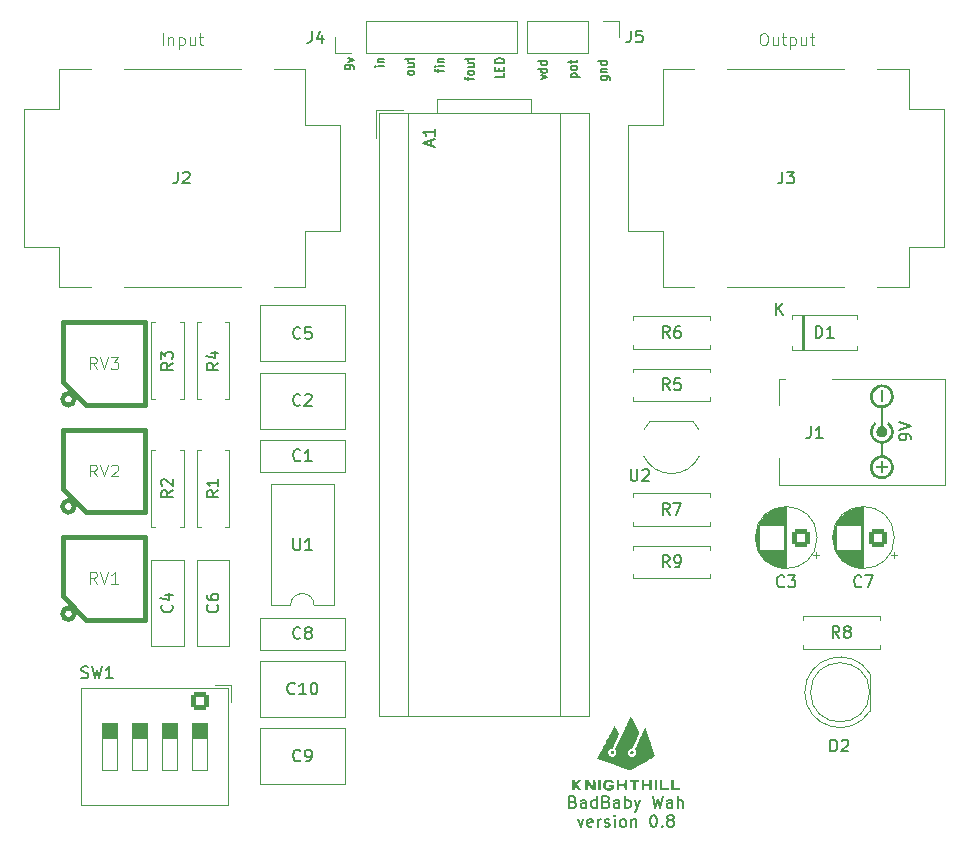
<source format=gbr>
%TF.GenerationSoftware,KiCad,Pcbnew,9.0.6*%
%TF.CreationDate,2025-11-23T18:55:42-06:00*%
%TF.ProjectId,wah,7761682e-6b69-4636-9164-5f7063625858,0.8*%
%TF.SameCoordinates,Original*%
%TF.FileFunction,Legend,Top*%
%TF.FilePolarity,Positive*%
%FSLAX46Y46*%
G04 Gerber Fmt 4.6, Leading zero omitted, Abs format (unit mm)*
G04 Created by KiCad (PCBNEW 9.0.6) date 2025-11-23 18:55:42*
%MOMM*%
%LPD*%
G01*
G04 APERTURE LIST*
G04 Aperture macros list*
%AMRoundRect*
0 Rectangle with rounded corners*
0 $1 Rounding radius*
0 $2 $3 $4 $5 $6 $7 $8 $9 X,Y pos of 4 corners*
0 Add a 4 corners polygon primitive as box body*
4,1,4,$2,$3,$4,$5,$6,$7,$8,$9,$2,$3,0*
0 Add four circle primitives for the rounded corners*
1,1,$1+$1,$2,$3*
1,1,$1+$1,$4,$5*
1,1,$1+$1,$6,$7*
1,1,$1+$1,$8,$9*
0 Add four rect primitives between the rounded corners*
20,1,$1+$1,$2,$3,$4,$5,0*
20,1,$1+$1,$4,$5,$6,$7,0*
20,1,$1+$1,$6,$7,$8,$9,0*
20,1,$1+$1,$8,$9,$2,$3,0*%
G04 Aperture macros list end*
%ADD10C,0.150000*%
%ADD11C,0.100000*%
%ADD12C,0.120000*%
%ADD13C,0.381000*%
%ADD14C,0.000000*%
%ADD15R,1.400000X1.400000*%
%ADD16C,1.400000*%
%ADD17R,1.800000X1.800000*%
%ADD18O,1.800000X1.800000*%
%ADD19C,1.600000*%
%ADD20RoundRect,0.250000X0.550000X0.550000X-0.550000X0.550000X-0.550000X-0.550000X0.550000X-0.550000X0*%
%ADD21R,1.500000X1.500000*%
%ADD22C,1.500000*%
%ADD23C,3.000000*%
%ADD24O,2.300000X4.500000*%
%ADD25O,4.000000X2.300000*%
%ADD26RoundRect,0.250000X-0.550000X0.550000X-0.550000X-0.550000X0.550000X-0.550000X0.550000X0.550000X0*%
%ADD27R,1.700000X1.700000*%
%ADD28C,1.700000*%
%ADD29R,1.600000X1.600000*%
%ADD30O,1.600000X1.600000*%
%ADD31C,1.800000*%
%ADD32C,9.000000*%
G04 APERTURE END LIST*
D10*
X73034295Y-38316315D02*
X72996200Y-38382982D01*
X72996200Y-38382982D02*
X72958104Y-38416315D01*
X72958104Y-38416315D02*
X72881914Y-38449648D01*
X72881914Y-38449648D02*
X72653342Y-38449648D01*
X72653342Y-38449648D02*
X72577152Y-38416315D01*
X72577152Y-38416315D02*
X72539057Y-38382982D01*
X72539057Y-38382982D02*
X72500961Y-38316315D01*
X72500961Y-38316315D02*
X72500961Y-38216315D01*
X72500961Y-38216315D02*
X72539057Y-38149648D01*
X72539057Y-38149648D02*
X72577152Y-38116315D01*
X72577152Y-38116315D02*
X72653342Y-38082982D01*
X72653342Y-38082982D02*
X72881914Y-38082982D01*
X72881914Y-38082982D02*
X72958104Y-38116315D01*
X72958104Y-38116315D02*
X72996200Y-38149648D01*
X72996200Y-38149648D02*
X73034295Y-38216315D01*
X73034295Y-38216315D02*
X73034295Y-38316315D01*
X72500961Y-37482982D02*
X73034295Y-37482982D01*
X72500961Y-37782982D02*
X72920009Y-37782982D01*
X72920009Y-37782982D02*
X72996200Y-37749649D01*
X72996200Y-37749649D02*
X73034295Y-37682982D01*
X73034295Y-37682982D02*
X73034295Y-37582982D01*
X73034295Y-37582982D02*
X72996200Y-37516315D01*
X72996200Y-37516315D02*
X72958104Y-37482982D01*
X72500961Y-37249649D02*
X72500961Y-36982982D01*
X72234295Y-37149649D02*
X72920009Y-37149649D01*
X72920009Y-37149649D02*
X72996200Y-37116316D01*
X72996200Y-37116316D02*
X73034295Y-37049649D01*
X73034295Y-37049649D02*
X73034295Y-36982982D01*
X86507939Y-99991037D02*
X86650796Y-100038656D01*
X86650796Y-100038656D02*
X86698415Y-100086275D01*
X86698415Y-100086275D02*
X86746034Y-100181513D01*
X86746034Y-100181513D02*
X86746034Y-100324370D01*
X86746034Y-100324370D02*
X86698415Y-100419608D01*
X86698415Y-100419608D02*
X86650796Y-100467228D01*
X86650796Y-100467228D02*
X86555558Y-100514847D01*
X86555558Y-100514847D02*
X86174606Y-100514847D01*
X86174606Y-100514847D02*
X86174606Y-99514847D01*
X86174606Y-99514847D02*
X86507939Y-99514847D01*
X86507939Y-99514847D02*
X86603177Y-99562466D01*
X86603177Y-99562466D02*
X86650796Y-99610085D01*
X86650796Y-99610085D02*
X86698415Y-99705323D01*
X86698415Y-99705323D02*
X86698415Y-99800561D01*
X86698415Y-99800561D02*
X86650796Y-99895799D01*
X86650796Y-99895799D02*
X86603177Y-99943418D01*
X86603177Y-99943418D02*
X86507939Y-99991037D01*
X86507939Y-99991037D02*
X86174606Y-99991037D01*
X87603177Y-100514847D02*
X87603177Y-99991037D01*
X87603177Y-99991037D02*
X87555558Y-99895799D01*
X87555558Y-99895799D02*
X87460320Y-99848180D01*
X87460320Y-99848180D02*
X87269844Y-99848180D01*
X87269844Y-99848180D02*
X87174606Y-99895799D01*
X87603177Y-100467228D02*
X87507939Y-100514847D01*
X87507939Y-100514847D02*
X87269844Y-100514847D01*
X87269844Y-100514847D02*
X87174606Y-100467228D01*
X87174606Y-100467228D02*
X87126987Y-100371989D01*
X87126987Y-100371989D02*
X87126987Y-100276751D01*
X87126987Y-100276751D02*
X87174606Y-100181513D01*
X87174606Y-100181513D02*
X87269844Y-100133894D01*
X87269844Y-100133894D02*
X87507939Y-100133894D01*
X87507939Y-100133894D02*
X87603177Y-100086275D01*
X88507939Y-100514847D02*
X88507939Y-99514847D01*
X88507939Y-100467228D02*
X88412701Y-100514847D01*
X88412701Y-100514847D02*
X88222225Y-100514847D01*
X88222225Y-100514847D02*
X88126987Y-100467228D01*
X88126987Y-100467228D02*
X88079368Y-100419608D01*
X88079368Y-100419608D02*
X88031749Y-100324370D01*
X88031749Y-100324370D02*
X88031749Y-100038656D01*
X88031749Y-100038656D02*
X88079368Y-99943418D01*
X88079368Y-99943418D02*
X88126987Y-99895799D01*
X88126987Y-99895799D02*
X88222225Y-99848180D01*
X88222225Y-99848180D02*
X88412701Y-99848180D01*
X88412701Y-99848180D02*
X88507939Y-99895799D01*
X89317463Y-99991037D02*
X89460320Y-100038656D01*
X89460320Y-100038656D02*
X89507939Y-100086275D01*
X89507939Y-100086275D02*
X89555558Y-100181513D01*
X89555558Y-100181513D02*
X89555558Y-100324370D01*
X89555558Y-100324370D02*
X89507939Y-100419608D01*
X89507939Y-100419608D02*
X89460320Y-100467228D01*
X89460320Y-100467228D02*
X89365082Y-100514847D01*
X89365082Y-100514847D02*
X88984130Y-100514847D01*
X88984130Y-100514847D02*
X88984130Y-99514847D01*
X88984130Y-99514847D02*
X89317463Y-99514847D01*
X89317463Y-99514847D02*
X89412701Y-99562466D01*
X89412701Y-99562466D02*
X89460320Y-99610085D01*
X89460320Y-99610085D02*
X89507939Y-99705323D01*
X89507939Y-99705323D02*
X89507939Y-99800561D01*
X89507939Y-99800561D02*
X89460320Y-99895799D01*
X89460320Y-99895799D02*
X89412701Y-99943418D01*
X89412701Y-99943418D02*
X89317463Y-99991037D01*
X89317463Y-99991037D02*
X88984130Y-99991037D01*
X90412701Y-100514847D02*
X90412701Y-99991037D01*
X90412701Y-99991037D02*
X90365082Y-99895799D01*
X90365082Y-99895799D02*
X90269844Y-99848180D01*
X90269844Y-99848180D02*
X90079368Y-99848180D01*
X90079368Y-99848180D02*
X89984130Y-99895799D01*
X90412701Y-100467228D02*
X90317463Y-100514847D01*
X90317463Y-100514847D02*
X90079368Y-100514847D01*
X90079368Y-100514847D02*
X89984130Y-100467228D01*
X89984130Y-100467228D02*
X89936511Y-100371989D01*
X89936511Y-100371989D02*
X89936511Y-100276751D01*
X89936511Y-100276751D02*
X89984130Y-100181513D01*
X89984130Y-100181513D02*
X90079368Y-100133894D01*
X90079368Y-100133894D02*
X90317463Y-100133894D01*
X90317463Y-100133894D02*
X90412701Y-100086275D01*
X90888892Y-100514847D02*
X90888892Y-99514847D01*
X90888892Y-99895799D02*
X90984130Y-99848180D01*
X90984130Y-99848180D02*
X91174606Y-99848180D01*
X91174606Y-99848180D02*
X91269844Y-99895799D01*
X91269844Y-99895799D02*
X91317463Y-99943418D01*
X91317463Y-99943418D02*
X91365082Y-100038656D01*
X91365082Y-100038656D02*
X91365082Y-100324370D01*
X91365082Y-100324370D02*
X91317463Y-100419608D01*
X91317463Y-100419608D02*
X91269844Y-100467228D01*
X91269844Y-100467228D02*
X91174606Y-100514847D01*
X91174606Y-100514847D02*
X90984130Y-100514847D01*
X90984130Y-100514847D02*
X90888892Y-100467228D01*
X91698416Y-99848180D02*
X91936511Y-100514847D01*
X92174606Y-99848180D02*
X91936511Y-100514847D01*
X91936511Y-100514847D02*
X91841273Y-100752942D01*
X91841273Y-100752942D02*
X91793654Y-100800561D01*
X91793654Y-100800561D02*
X91698416Y-100848180D01*
X93222226Y-99514847D02*
X93460321Y-100514847D01*
X93460321Y-100514847D02*
X93650797Y-99800561D01*
X93650797Y-99800561D02*
X93841273Y-100514847D01*
X93841273Y-100514847D02*
X94079369Y-99514847D01*
X94888892Y-100514847D02*
X94888892Y-99991037D01*
X94888892Y-99991037D02*
X94841273Y-99895799D01*
X94841273Y-99895799D02*
X94746035Y-99848180D01*
X94746035Y-99848180D02*
X94555559Y-99848180D01*
X94555559Y-99848180D02*
X94460321Y-99895799D01*
X94888892Y-100467228D02*
X94793654Y-100514847D01*
X94793654Y-100514847D02*
X94555559Y-100514847D01*
X94555559Y-100514847D02*
X94460321Y-100467228D01*
X94460321Y-100467228D02*
X94412702Y-100371989D01*
X94412702Y-100371989D02*
X94412702Y-100276751D01*
X94412702Y-100276751D02*
X94460321Y-100181513D01*
X94460321Y-100181513D02*
X94555559Y-100133894D01*
X94555559Y-100133894D02*
X94793654Y-100133894D01*
X94793654Y-100133894D02*
X94888892Y-100086275D01*
X95365083Y-100514847D02*
X95365083Y-99514847D01*
X95793654Y-100514847D02*
X95793654Y-99991037D01*
X95793654Y-99991037D02*
X95746035Y-99895799D01*
X95746035Y-99895799D02*
X95650797Y-99848180D01*
X95650797Y-99848180D02*
X95507940Y-99848180D01*
X95507940Y-99848180D02*
X95412702Y-99895799D01*
X95412702Y-99895799D02*
X95365083Y-99943418D01*
X86888892Y-101458124D02*
X87126987Y-102124791D01*
X87126987Y-102124791D02*
X87365082Y-101458124D01*
X88126987Y-102077172D02*
X88031749Y-102124791D01*
X88031749Y-102124791D02*
X87841273Y-102124791D01*
X87841273Y-102124791D02*
X87746035Y-102077172D01*
X87746035Y-102077172D02*
X87698416Y-101981933D01*
X87698416Y-101981933D02*
X87698416Y-101600981D01*
X87698416Y-101600981D02*
X87746035Y-101505743D01*
X87746035Y-101505743D02*
X87841273Y-101458124D01*
X87841273Y-101458124D02*
X88031749Y-101458124D01*
X88031749Y-101458124D02*
X88126987Y-101505743D01*
X88126987Y-101505743D02*
X88174606Y-101600981D01*
X88174606Y-101600981D02*
X88174606Y-101696219D01*
X88174606Y-101696219D02*
X87698416Y-101791457D01*
X88603178Y-102124791D02*
X88603178Y-101458124D01*
X88603178Y-101648600D02*
X88650797Y-101553362D01*
X88650797Y-101553362D02*
X88698416Y-101505743D01*
X88698416Y-101505743D02*
X88793654Y-101458124D01*
X88793654Y-101458124D02*
X88888892Y-101458124D01*
X89174607Y-102077172D02*
X89269845Y-102124791D01*
X89269845Y-102124791D02*
X89460321Y-102124791D01*
X89460321Y-102124791D02*
X89555559Y-102077172D01*
X89555559Y-102077172D02*
X89603178Y-101981933D01*
X89603178Y-101981933D02*
X89603178Y-101934314D01*
X89603178Y-101934314D02*
X89555559Y-101839076D01*
X89555559Y-101839076D02*
X89460321Y-101791457D01*
X89460321Y-101791457D02*
X89317464Y-101791457D01*
X89317464Y-101791457D02*
X89222226Y-101743838D01*
X89222226Y-101743838D02*
X89174607Y-101648600D01*
X89174607Y-101648600D02*
X89174607Y-101600981D01*
X89174607Y-101600981D02*
X89222226Y-101505743D01*
X89222226Y-101505743D02*
X89317464Y-101458124D01*
X89317464Y-101458124D02*
X89460321Y-101458124D01*
X89460321Y-101458124D02*
X89555559Y-101505743D01*
X90031750Y-102124791D02*
X90031750Y-101458124D01*
X90031750Y-101124791D02*
X89984131Y-101172410D01*
X89984131Y-101172410D02*
X90031750Y-101220029D01*
X90031750Y-101220029D02*
X90079369Y-101172410D01*
X90079369Y-101172410D02*
X90031750Y-101124791D01*
X90031750Y-101124791D02*
X90031750Y-101220029D01*
X90650797Y-102124791D02*
X90555559Y-102077172D01*
X90555559Y-102077172D02*
X90507940Y-102029552D01*
X90507940Y-102029552D02*
X90460321Y-101934314D01*
X90460321Y-101934314D02*
X90460321Y-101648600D01*
X90460321Y-101648600D02*
X90507940Y-101553362D01*
X90507940Y-101553362D02*
X90555559Y-101505743D01*
X90555559Y-101505743D02*
X90650797Y-101458124D01*
X90650797Y-101458124D02*
X90793654Y-101458124D01*
X90793654Y-101458124D02*
X90888892Y-101505743D01*
X90888892Y-101505743D02*
X90936511Y-101553362D01*
X90936511Y-101553362D02*
X90984130Y-101648600D01*
X90984130Y-101648600D02*
X90984130Y-101934314D01*
X90984130Y-101934314D02*
X90936511Y-102029552D01*
X90936511Y-102029552D02*
X90888892Y-102077172D01*
X90888892Y-102077172D02*
X90793654Y-102124791D01*
X90793654Y-102124791D02*
X90650797Y-102124791D01*
X91412702Y-101458124D02*
X91412702Y-102124791D01*
X91412702Y-101553362D02*
X91460321Y-101505743D01*
X91460321Y-101505743D02*
X91555559Y-101458124D01*
X91555559Y-101458124D02*
X91698416Y-101458124D01*
X91698416Y-101458124D02*
X91793654Y-101505743D01*
X91793654Y-101505743D02*
X91841273Y-101600981D01*
X91841273Y-101600981D02*
X91841273Y-102124791D01*
X93269845Y-101124791D02*
X93365083Y-101124791D01*
X93365083Y-101124791D02*
X93460321Y-101172410D01*
X93460321Y-101172410D02*
X93507940Y-101220029D01*
X93507940Y-101220029D02*
X93555559Y-101315267D01*
X93555559Y-101315267D02*
X93603178Y-101505743D01*
X93603178Y-101505743D02*
X93603178Y-101743838D01*
X93603178Y-101743838D02*
X93555559Y-101934314D01*
X93555559Y-101934314D02*
X93507940Y-102029552D01*
X93507940Y-102029552D02*
X93460321Y-102077172D01*
X93460321Y-102077172D02*
X93365083Y-102124791D01*
X93365083Y-102124791D02*
X93269845Y-102124791D01*
X93269845Y-102124791D02*
X93174607Y-102077172D01*
X93174607Y-102077172D02*
X93126988Y-102029552D01*
X93126988Y-102029552D02*
X93079369Y-101934314D01*
X93079369Y-101934314D02*
X93031750Y-101743838D01*
X93031750Y-101743838D02*
X93031750Y-101505743D01*
X93031750Y-101505743D02*
X93079369Y-101315267D01*
X93079369Y-101315267D02*
X93126988Y-101220029D01*
X93126988Y-101220029D02*
X93174607Y-101172410D01*
X93174607Y-101172410D02*
X93269845Y-101124791D01*
X94031750Y-102029552D02*
X94079369Y-102077172D01*
X94079369Y-102077172D02*
X94031750Y-102124791D01*
X94031750Y-102124791D02*
X93984131Y-102077172D01*
X93984131Y-102077172D02*
X94031750Y-102029552D01*
X94031750Y-102029552D02*
X94031750Y-102124791D01*
X94650797Y-101553362D02*
X94555559Y-101505743D01*
X94555559Y-101505743D02*
X94507940Y-101458124D01*
X94507940Y-101458124D02*
X94460321Y-101362886D01*
X94460321Y-101362886D02*
X94460321Y-101315267D01*
X94460321Y-101315267D02*
X94507940Y-101220029D01*
X94507940Y-101220029D02*
X94555559Y-101172410D01*
X94555559Y-101172410D02*
X94650797Y-101124791D01*
X94650797Y-101124791D02*
X94841273Y-101124791D01*
X94841273Y-101124791D02*
X94936511Y-101172410D01*
X94936511Y-101172410D02*
X94984130Y-101220029D01*
X94984130Y-101220029D02*
X95031749Y-101315267D01*
X95031749Y-101315267D02*
X95031749Y-101362886D01*
X95031749Y-101362886D02*
X94984130Y-101458124D01*
X94984130Y-101458124D02*
X94936511Y-101505743D01*
X94936511Y-101505743D02*
X94841273Y-101553362D01*
X94841273Y-101553362D02*
X94650797Y-101553362D01*
X94650797Y-101553362D02*
X94555559Y-101600981D01*
X94555559Y-101600981D02*
X94507940Y-101648600D01*
X94507940Y-101648600D02*
X94460321Y-101743838D01*
X94460321Y-101743838D02*
X94460321Y-101934314D01*
X94460321Y-101934314D02*
X94507940Y-102029552D01*
X94507940Y-102029552D02*
X94555559Y-102077172D01*
X94555559Y-102077172D02*
X94650797Y-102124791D01*
X94650797Y-102124791D02*
X94841273Y-102124791D01*
X94841273Y-102124791D02*
X94936511Y-102077172D01*
X94936511Y-102077172D02*
X94984130Y-102029552D01*
X94984130Y-102029552D02*
X95031749Y-101934314D01*
X95031749Y-101934314D02*
X95031749Y-101743838D01*
X95031749Y-101743838D02*
X94984130Y-101648600D01*
X94984130Y-101648600D02*
X94936511Y-101600981D01*
X94936511Y-101600981D02*
X94841273Y-101553362D01*
X88840961Y-38569649D02*
X89488580Y-38569649D01*
X89488580Y-38569649D02*
X89564771Y-38602982D01*
X89564771Y-38602982D02*
X89602866Y-38636316D01*
X89602866Y-38636316D02*
X89640961Y-38702982D01*
X89640961Y-38702982D02*
X89640961Y-38802982D01*
X89640961Y-38802982D02*
X89602866Y-38869649D01*
X89336200Y-38569649D02*
X89374295Y-38636316D01*
X89374295Y-38636316D02*
X89374295Y-38769649D01*
X89374295Y-38769649D02*
X89336200Y-38836316D01*
X89336200Y-38836316D02*
X89298104Y-38869649D01*
X89298104Y-38869649D02*
X89221914Y-38902982D01*
X89221914Y-38902982D02*
X88993342Y-38902982D01*
X88993342Y-38902982D02*
X88917152Y-38869649D01*
X88917152Y-38869649D02*
X88879057Y-38836316D01*
X88879057Y-38836316D02*
X88840961Y-38769649D01*
X88840961Y-38769649D02*
X88840961Y-38636316D01*
X88840961Y-38636316D02*
X88879057Y-38569649D01*
X88840961Y-38236316D02*
X89374295Y-38236316D01*
X88917152Y-38236316D02*
X88879057Y-38202983D01*
X88879057Y-38202983D02*
X88840961Y-38136316D01*
X88840961Y-38136316D02*
X88840961Y-38036316D01*
X88840961Y-38036316D02*
X88879057Y-37969649D01*
X88879057Y-37969649D02*
X88955247Y-37936316D01*
X88955247Y-37936316D02*
X89374295Y-37936316D01*
X89374295Y-37302983D02*
X88574295Y-37302983D01*
X89336200Y-37302983D02*
X89374295Y-37369650D01*
X89374295Y-37369650D02*
X89374295Y-37502983D01*
X89374295Y-37502983D02*
X89336200Y-37569650D01*
X89336200Y-37569650D02*
X89298104Y-37602983D01*
X89298104Y-37602983D02*
X89221914Y-37636316D01*
X89221914Y-37636316D02*
X88993342Y-37636316D01*
X88993342Y-37636316D02*
X88917152Y-37602983D01*
X88917152Y-37602983D02*
X88879057Y-37569650D01*
X88879057Y-37569650D02*
X88840961Y-37502983D01*
X88840961Y-37502983D02*
X88840961Y-37369650D01*
X88840961Y-37369650D02*
X88879057Y-37302983D01*
X70494295Y-37716315D02*
X69960961Y-37716315D01*
X69694295Y-37716315D02*
X69732390Y-37749648D01*
X69732390Y-37749648D02*
X69770485Y-37716315D01*
X69770485Y-37716315D02*
X69732390Y-37682982D01*
X69732390Y-37682982D02*
X69694295Y-37716315D01*
X69694295Y-37716315D02*
X69770485Y-37716315D01*
X69960961Y-37382982D02*
X70494295Y-37382982D01*
X70037152Y-37382982D02*
X69999057Y-37349649D01*
X69999057Y-37349649D02*
X69960961Y-37282982D01*
X69960961Y-37282982D02*
X69960961Y-37182982D01*
X69960961Y-37182982D02*
X69999057Y-37116315D01*
X69999057Y-37116315D02*
X70075247Y-37082982D01*
X70075247Y-37082982D02*
X70494295Y-37082982D01*
X83760961Y-38836316D02*
X84294295Y-38669649D01*
X84294295Y-38669649D02*
X83760961Y-38502982D01*
X84294295Y-37936316D02*
X83494295Y-37936316D01*
X84256200Y-37936316D02*
X84294295Y-38002983D01*
X84294295Y-38002983D02*
X84294295Y-38136316D01*
X84294295Y-38136316D02*
X84256200Y-38202983D01*
X84256200Y-38202983D02*
X84218104Y-38236316D01*
X84218104Y-38236316D02*
X84141914Y-38269649D01*
X84141914Y-38269649D02*
X83913342Y-38269649D01*
X83913342Y-38269649D02*
X83837152Y-38236316D01*
X83837152Y-38236316D02*
X83799057Y-38202983D01*
X83799057Y-38202983D02*
X83760961Y-38136316D01*
X83760961Y-38136316D02*
X83760961Y-38002983D01*
X83760961Y-38002983D02*
X83799057Y-37936316D01*
X84294295Y-37302983D02*
X83494295Y-37302983D01*
X84256200Y-37302983D02*
X84294295Y-37369650D01*
X84294295Y-37369650D02*
X84294295Y-37502983D01*
X84294295Y-37502983D02*
X84256200Y-37569650D01*
X84256200Y-37569650D02*
X84218104Y-37602983D01*
X84218104Y-37602983D02*
X84141914Y-37636316D01*
X84141914Y-37636316D02*
X83913342Y-37636316D01*
X83913342Y-37636316D02*
X83837152Y-37602983D01*
X83837152Y-37602983D02*
X83799057Y-37569650D01*
X83799057Y-37569650D02*
X83760961Y-37502983D01*
X83760961Y-37502983D02*
X83760961Y-37369650D01*
X83760961Y-37369650D02*
X83799057Y-37302983D01*
X67954295Y-37916316D02*
X67954295Y-37782982D01*
X67954295Y-37782982D02*
X67916200Y-37716316D01*
X67916200Y-37716316D02*
X67878104Y-37682982D01*
X67878104Y-37682982D02*
X67763819Y-37616316D01*
X67763819Y-37616316D02*
X67611438Y-37582982D01*
X67611438Y-37582982D02*
X67306676Y-37582982D01*
X67306676Y-37582982D02*
X67230485Y-37616316D01*
X67230485Y-37616316D02*
X67192390Y-37649649D01*
X67192390Y-37649649D02*
X67154295Y-37716316D01*
X67154295Y-37716316D02*
X67154295Y-37849649D01*
X67154295Y-37849649D02*
X67192390Y-37916316D01*
X67192390Y-37916316D02*
X67230485Y-37949649D01*
X67230485Y-37949649D02*
X67306676Y-37982982D01*
X67306676Y-37982982D02*
X67497152Y-37982982D01*
X67497152Y-37982982D02*
X67573342Y-37949649D01*
X67573342Y-37949649D02*
X67611438Y-37916316D01*
X67611438Y-37916316D02*
X67649533Y-37849649D01*
X67649533Y-37849649D02*
X67649533Y-37716316D01*
X67649533Y-37716316D02*
X67611438Y-37649649D01*
X67611438Y-37649649D02*
X67573342Y-37616316D01*
X67573342Y-37616316D02*
X67497152Y-37582982D01*
X67420961Y-37349649D02*
X67954295Y-37182982D01*
X67954295Y-37182982D02*
X67420961Y-37016315D01*
D11*
X102546979Y-34937419D02*
X102737455Y-34937419D01*
X102737455Y-34937419D02*
X102832693Y-34985038D01*
X102832693Y-34985038D02*
X102927931Y-35080276D01*
X102927931Y-35080276D02*
X102975550Y-35270752D01*
X102975550Y-35270752D02*
X102975550Y-35604085D01*
X102975550Y-35604085D02*
X102927931Y-35794561D01*
X102927931Y-35794561D02*
X102832693Y-35889800D01*
X102832693Y-35889800D02*
X102737455Y-35937419D01*
X102737455Y-35937419D02*
X102546979Y-35937419D01*
X102546979Y-35937419D02*
X102451741Y-35889800D01*
X102451741Y-35889800D02*
X102356503Y-35794561D01*
X102356503Y-35794561D02*
X102308884Y-35604085D01*
X102308884Y-35604085D02*
X102308884Y-35270752D01*
X102308884Y-35270752D02*
X102356503Y-35080276D01*
X102356503Y-35080276D02*
X102451741Y-34985038D01*
X102451741Y-34985038D02*
X102546979Y-34937419D01*
X103832693Y-35270752D02*
X103832693Y-35937419D01*
X103404122Y-35270752D02*
X103404122Y-35794561D01*
X103404122Y-35794561D02*
X103451741Y-35889800D01*
X103451741Y-35889800D02*
X103546979Y-35937419D01*
X103546979Y-35937419D02*
X103689836Y-35937419D01*
X103689836Y-35937419D02*
X103785074Y-35889800D01*
X103785074Y-35889800D02*
X103832693Y-35842180D01*
X104166027Y-35270752D02*
X104546979Y-35270752D01*
X104308884Y-34937419D02*
X104308884Y-35794561D01*
X104308884Y-35794561D02*
X104356503Y-35889800D01*
X104356503Y-35889800D02*
X104451741Y-35937419D01*
X104451741Y-35937419D02*
X104546979Y-35937419D01*
X104880313Y-35270752D02*
X104880313Y-36270752D01*
X104880313Y-35318371D02*
X104975551Y-35270752D01*
X104975551Y-35270752D02*
X105166027Y-35270752D01*
X105166027Y-35270752D02*
X105261265Y-35318371D01*
X105261265Y-35318371D02*
X105308884Y-35365990D01*
X105308884Y-35365990D02*
X105356503Y-35461228D01*
X105356503Y-35461228D02*
X105356503Y-35746942D01*
X105356503Y-35746942D02*
X105308884Y-35842180D01*
X105308884Y-35842180D02*
X105261265Y-35889800D01*
X105261265Y-35889800D02*
X105166027Y-35937419D01*
X105166027Y-35937419D02*
X104975551Y-35937419D01*
X104975551Y-35937419D02*
X104880313Y-35889800D01*
X106213646Y-35270752D02*
X106213646Y-35937419D01*
X105785075Y-35270752D02*
X105785075Y-35794561D01*
X105785075Y-35794561D02*
X105832694Y-35889800D01*
X105832694Y-35889800D02*
X105927932Y-35937419D01*
X105927932Y-35937419D02*
X106070789Y-35937419D01*
X106070789Y-35937419D02*
X106166027Y-35889800D01*
X106166027Y-35889800D02*
X106213646Y-35842180D01*
X106546980Y-35270752D02*
X106927932Y-35270752D01*
X106689837Y-34937419D02*
X106689837Y-35794561D01*
X106689837Y-35794561D02*
X106737456Y-35889800D01*
X106737456Y-35889800D02*
X106832694Y-35937419D01*
X106832694Y-35937419D02*
X106927932Y-35937419D01*
D10*
X75040961Y-38216315D02*
X75040961Y-37949648D01*
X75574295Y-38116315D02*
X74888580Y-38116315D01*
X74888580Y-38116315D02*
X74812390Y-38082982D01*
X74812390Y-38082982D02*
X74774295Y-38016315D01*
X74774295Y-38016315D02*
X74774295Y-37949648D01*
X75574295Y-37716315D02*
X75040961Y-37716315D01*
X74774295Y-37716315D02*
X74812390Y-37749648D01*
X74812390Y-37749648D02*
X74850485Y-37716315D01*
X74850485Y-37716315D02*
X74812390Y-37682982D01*
X74812390Y-37682982D02*
X74774295Y-37716315D01*
X74774295Y-37716315D02*
X74850485Y-37716315D01*
X75040961Y-37382982D02*
X75574295Y-37382982D01*
X75117152Y-37382982D02*
X75079057Y-37349649D01*
X75079057Y-37349649D02*
X75040961Y-37282982D01*
X75040961Y-37282982D02*
X75040961Y-37182982D01*
X75040961Y-37182982D02*
X75079057Y-37116315D01*
X75079057Y-37116315D02*
X75155247Y-37082982D01*
X75155247Y-37082982D02*
X75574295Y-37082982D01*
X86300961Y-38636316D02*
X87100961Y-38636316D01*
X86339057Y-38636316D02*
X86300961Y-38569649D01*
X86300961Y-38569649D02*
X86300961Y-38436316D01*
X86300961Y-38436316D02*
X86339057Y-38369649D01*
X86339057Y-38369649D02*
X86377152Y-38336316D01*
X86377152Y-38336316D02*
X86453342Y-38302983D01*
X86453342Y-38302983D02*
X86681914Y-38302983D01*
X86681914Y-38302983D02*
X86758104Y-38336316D01*
X86758104Y-38336316D02*
X86796200Y-38369649D01*
X86796200Y-38369649D02*
X86834295Y-38436316D01*
X86834295Y-38436316D02*
X86834295Y-38569649D01*
X86834295Y-38569649D02*
X86796200Y-38636316D01*
X86834295Y-37902983D02*
X86796200Y-37969650D01*
X86796200Y-37969650D02*
X86758104Y-38002983D01*
X86758104Y-38002983D02*
X86681914Y-38036316D01*
X86681914Y-38036316D02*
X86453342Y-38036316D01*
X86453342Y-38036316D02*
X86377152Y-38002983D01*
X86377152Y-38002983D02*
X86339057Y-37969650D01*
X86339057Y-37969650D02*
X86300961Y-37902983D01*
X86300961Y-37902983D02*
X86300961Y-37802983D01*
X86300961Y-37802983D02*
X86339057Y-37736316D01*
X86339057Y-37736316D02*
X86377152Y-37702983D01*
X86377152Y-37702983D02*
X86453342Y-37669650D01*
X86453342Y-37669650D02*
X86681914Y-37669650D01*
X86681914Y-37669650D02*
X86758104Y-37702983D01*
X86758104Y-37702983D02*
X86796200Y-37736316D01*
X86796200Y-37736316D02*
X86834295Y-37802983D01*
X86834295Y-37802983D02*
X86834295Y-37902983D01*
X86300961Y-37469650D02*
X86300961Y-37202983D01*
X86034295Y-37369650D02*
X86720009Y-37369650D01*
X86720009Y-37369650D02*
X86796200Y-37336317D01*
X86796200Y-37336317D02*
X86834295Y-37269650D01*
X86834295Y-37269650D02*
X86834295Y-37202983D01*
D11*
X51747932Y-35937419D02*
X51747932Y-34937419D01*
X52224122Y-35270752D02*
X52224122Y-35937419D01*
X52224122Y-35365990D02*
X52271741Y-35318371D01*
X52271741Y-35318371D02*
X52366979Y-35270752D01*
X52366979Y-35270752D02*
X52509836Y-35270752D01*
X52509836Y-35270752D02*
X52605074Y-35318371D01*
X52605074Y-35318371D02*
X52652693Y-35413609D01*
X52652693Y-35413609D02*
X52652693Y-35937419D01*
X53128884Y-35270752D02*
X53128884Y-36270752D01*
X53128884Y-35318371D02*
X53224122Y-35270752D01*
X53224122Y-35270752D02*
X53414598Y-35270752D01*
X53414598Y-35270752D02*
X53509836Y-35318371D01*
X53509836Y-35318371D02*
X53557455Y-35365990D01*
X53557455Y-35365990D02*
X53605074Y-35461228D01*
X53605074Y-35461228D02*
X53605074Y-35746942D01*
X53605074Y-35746942D02*
X53557455Y-35842180D01*
X53557455Y-35842180D02*
X53509836Y-35889800D01*
X53509836Y-35889800D02*
X53414598Y-35937419D01*
X53414598Y-35937419D02*
X53224122Y-35937419D01*
X53224122Y-35937419D02*
X53128884Y-35889800D01*
X54462217Y-35270752D02*
X54462217Y-35937419D01*
X54033646Y-35270752D02*
X54033646Y-35794561D01*
X54033646Y-35794561D02*
X54081265Y-35889800D01*
X54081265Y-35889800D02*
X54176503Y-35937419D01*
X54176503Y-35937419D02*
X54319360Y-35937419D01*
X54319360Y-35937419D02*
X54414598Y-35889800D01*
X54414598Y-35889800D02*
X54462217Y-35842180D01*
X54795551Y-35270752D02*
X55176503Y-35270752D01*
X54938408Y-34937419D02*
X54938408Y-35794561D01*
X54938408Y-35794561D02*
X54986027Y-35889800D01*
X54986027Y-35889800D02*
X55081265Y-35937419D01*
X55081265Y-35937419D02*
X55176503Y-35937419D01*
D10*
X77580961Y-38916315D02*
X77580961Y-38649648D01*
X78114295Y-38816315D02*
X77428580Y-38816315D01*
X77428580Y-38816315D02*
X77352390Y-38782982D01*
X77352390Y-38782982D02*
X77314295Y-38716315D01*
X77314295Y-38716315D02*
X77314295Y-38649648D01*
X78114295Y-38316315D02*
X78076200Y-38382982D01*
X78076200Y-38382982D02*
X78038104Y-38416315D01*
X78038104Y-38416315D02*
X77961914Y-38449648D01*
X77961914Y-38449648D02*
X77733342Y-38449648D01*
X77733342Y-38449648D02*
X77657152Y-38416315D01*
X77657152Y-38416315D02*
X77619057Y-38382982D01*
X77619057Y-38382982D02*
X77580961Y-38316315D01*
X77580961Y-38316315D02*
X77580961Y-38216315D01*
X77580961Y-38216315D02*
X77619057Y-38149648D01*
X77619057Y-38149648D02*
X77657152Y-38116315D01*
X77657152Y-38116315D02*
X77733342Y-38082982D01*
X77733342Y-38082982D02*
X77961914Y-38082982D01*
X77961914Y-38082982D02*
X78038104Y-38116315D01*
X78038104Y-38116315D02*
X78076200Y-38149648D01*
X78076200Y-38149648D02*
X78114295Y-38216315D01*
X78114295Y-38216315D02*
X78114295Y-38316315D01*
X77580961Y-37482982D02*
X78114295Y-37482982D01*
X77580961Y-37782982D02*
X78000009Y-37782982D01*
X78000009Y-37782982D02*
X78076200Y-37749649D01*
X78076200Y-37749649D02*
X78114295Y-37682982D01*
X78114295Y-37682982D02*
X78114295Y-37582982D01*
X78114295Y-37582982D02*
X78076200Y-37516315D01*
X78076200Y-37516315D02*
X78038104Y-37482982D01*
X77580961Y-37249649D02*
X77580961Y-36982982D01*
X77314295Y-37149649D02*
X78000009Y-37149649D01*
X78000009Y-37149649D02*
X78076200Y-37116316D01*
X78076200Y-37116316D02*
X78114295Y-37049649D01*
X78114295Y-37049649D02*
X78114295Y-36982982D01*
X115089819Y-69310363D02*
X115089819Y-69119887D01*
X115089819Y-69119887D02*
X115042200Y-69024649D01*
X115042200Y-69024649D02*
X114994580Y-68977030D01*
X114994580Y-68977030D02*
X114851723Y-68881792D01*
X114851723Y-68881792D02*
X114661247Y-68834173D01*
X114661247Y-68834173D02*
X114280295Y-68834173D01*
X114280295Y-68834173D02*
X114185057Y-68881792D01*
X114185057Y-68881792D02*
X114137438Y-68929411D01*
X114137438Y-68929411D02*
X114089819Y-69024649D01*
X114089819Y-69024649D02*
X114089819Y-69215125D01*
X114089819Y-69215125D02*
X114137438Y-69310363D01*
X114137438Y-69310363D02*
X114185057Y-69357982D01*
X114185057Y-69357982D02*
X114280295Y-69405601D01*
X114280295Y-69405601D02*
X114518390Y-69405601D01*
X114518390Y-69405601D02*
X114613628Y-69357982D01*
X114613628Y-69357982D02*
X114661247Y-69310363D01*
X114661247Y-69310363D02*
X114708866Y-69215125D01*
X114708866Y-69215125D02*
X114708866Y-69024649D01*
X114708866Y-69024649D02*
X114661247Y-68929411D01*
X114661247Y-68929411D02*
X114613628Y-68881792D01*
X114613628Y-68881792D02*
X114518390Y-68834173D01*
X114089819Y-68548458D02*
X115089819Y-68215125D01*
X115089819Y-68215125D02*
X114089819Y-67881792D01*
X80654295Y-38316316D02*
X80654295Y-38649649D01*
X80654295Y-38649649D02*
X79854295Y-38649649D01*
X80235247Y-38082982D02*
X80235247Y-37849649D01*
X80654295Y-37749649D02*
X80654295Y-38082982D01*
X80654295Y-38082982D02*
X79854295Y-38082982D01*
X79854295Y-38082982D02*
X79854295Y-37749649D01*
X80654295Y-37449649D02*
X79854295Y-37449649D01*
X79854295Y-37449649D02*
X79854295Y-37282982D01*
X79854295Y-37282982D02*
X79892390Y-37182982D01*
X79892390Y-37182982D02*
X79968580Y-37116316D01*
X79968580Y-37116316D02*
X80044771Y-37082982D01*
X80044771Y-37082982D02*
X80197152Y-37049649D01*
X80197152Y-37049649D02*
X80311438Y-37049649D01*
X80311438Y-37049649D02*
X80463819Y-37082982D01*
X80463819Y-37082982D02*
X80540009Y-37116316D01*
X80540009Y-37116316D02*
X80616200Y-37182982D01*
X80616200Y-37182982D02*
X80654295Y-37282982D01*
X80654295Y-37282982D02*
X80654295Y-37449649D01*
X107041905Y-60699819D02*
X107041905Y-59699819D01*
X107041905Y-59699819D02*
X107280000Y-59699819D01*
X107280000Y-59699819D02*
X107422857Y-59747438D01*
X107422857Y-59747438D02*
X107518095Y-59842676D01*
X107518095Y-59842676D02*
X107565714Y-59937914D01*
X107565714Y-59937914D02*
X107613333Y-60128390D01*
X107613333Y-60128390D02*
X107613333Y-60271247D01*
X107613333Y-60271247D02*
X107565714Y-60461723D01*
X107565714Y-60461723D02*
X107518095Y-60556961D01*
X107518095Y-60556961D02*
X107422857Y-60652200D01*
X107422857Y-60652200D02*
X107280000Y-60699819D01*
X107280000Y-60699819D02*
X107041905Y-60699819D01*
X108565714Y-60699819D02*
X107994286Y-60699819D01*
X108280000Y-60699819D02*
X108280000Y-59699819D01*
X108280000Y-59699819D02*
X108184762Y-59842676D01*
X108184762Y-59842676D02*
X108089524Y-59937914D01*
X108089524Y-59937914D02*
X107994286Y-59985533D01*
X103708095Y-58799819D02*
X103708095Y-57799819D01*
X104279523Y-58799819D02*
X103850952Y-58228390D01*
X104279523Y-57799819D02*
X103708095Y-58371247D01*
X63413333Y-96484580D02*
X63365714Y-96532200D01*
X63365714Y-96532200D02*
X63222857Y-96579819D01*
X63222857Y-96579819D02*
X63127619Y-96579819D01*
X63127619Y-96579819D02*
X62984762Y-96532200D01*
X62984762Y-96532200D02*
X62889524Y-96436961D01*
X62889524Y-96436961D02*
X62841905Y-96341723D01*
X62841905Y-96341723D02*
X62794286Y-96151247D01*
X62794286Y-96151247D02*
X62794286Y-96008390D01*
X62794286Y-96008390D02*
X62841905Y-95817914D01*
X62841905Y-95817914D02*
X62889524Y-95722676D01*
X62889524Y-95722676D02*
X62984762Y-95627438D01*
X62984762Y-95627438D02*
X63127619Y-95579819D01*
X63127619Y-95579819D02*
X63222857Y-95579819D01*
X63222857Y-95579819D02*
X63365714Y-95627438D01*
X63365714Y-95627438D02*
X63413333Y-95675057D01*
X63889524Y-96579819D02*
X64080000Y-96579819D01*
X64080000Y-96579819D02*
X64175238Y-96532200D01*
X64175238Y-96532200D02*
X64222857Y-96484580D01*
X64222857Y-96484580D02*
X64318095Y-96341723D01*
X64318095Y-96341723D02*
X64365714Y-96151247D01*
X64365714Y-96151247D02*
X64365714Y-95770295D01*
X64365714Y-95770295D02*
X64318095Y-95675057D01*
X64318095Y-95675057D02*
X64270476Y-95627438D01*
X64270476Y-95627438D02*
X64175238Y-95579819D01*
X64175238Y-95579819D02*
X63984762Y-95579819D01*
X63984762Y-95579819D02*
X63889524Y-95627438D01*
X63889524Y-95627438D02*
X63841905Y-95675057D01*
X63841905Y-95675057D02*
X63794286Y-95770295D01*
X63794286Y-95770295D02*
X63794286Y-96008390D01*
X63794286Y-96008390D02*
X63841905Y-96103628D01*
X63841905Y-96103628D02*
X63889524Y-96151247D01*
X63889524Y-96151247D02*
X63984762Y-96198866D01*
X63984762Y-96198866D02*
X64175238Y-96198866D01*
X64175238Y-96198866D02*
X64270476Y-96151247D01*
X64270476Y-96151247D02*
X64318095Y-96103628D01*
X64318095Y-96103628D02*
X64365714Y-96008390D01*
D11*
X46164761Y-72442419D02*
X45831428Y-71966228D01*
X45593333Y-72442419D02*
X45593333Y-71442419D01*
X45593333Y-71442419D02*
X45974285Y-71442419D01*
X45974285Y-71442419D02*
X46069523Y-71490038D01*
X46069523Y-71490038D02*
X46117142Y-71537657D01*
X46117142Y-71537657D02*
X46164761Y-71632895D01*
X46164761Y-71632895D02*
X46164761Y-71775752D01*
X46164761Y-71775752D02*
X46117142Y-71870990D01*
X46117142Y-71870990D02*
X46069523Y-71918609D01*
X46069523Y-71918609D02*
X45974285Y-71966228D01*
X45974285Y-71966228D02*
X45593333Y-71966228D01*
X46450476Y-71442419D02*
X46783809Y-72442419D01*
X46783809Y-72442419D02*
X47117142Y-71442419D01*
X47402857Y-71537657D02*
X47450476Y-71490038D01*
X47450476Y-71490038D02*
X47545714Y-71442419D01*
X47545714Y-71442419D02*
X47783809Y-71442419D01*
X47783809Y-71442419D02*
X47879047Y-71490038D01*
X47879047Y-71490038D02*
X47926666Y-71537657D01*
X47926666Y-71537657D02*
X47974285Y-71632895D01*
X47974285Y-71632895D02*
X47974285Y-71728133D01*
X47974285Y-71728133D02*
X47926666Y-71870990D01*
X47926666Y-71870990D02*
X47355238Y-72442419D01*
X47355238Y-72442419D02*
X47974285Y-72442419D01*
D10*
X63413333Y-60704580D02*
X63365714Y-60752200D01*
X63365714Y-60752200D02*
X63222857Y-60799819D01*
X63222857Y-60799819D02*
X63127619Y-60799819D01*
X63127619Y-60799819D02*
X62984762Y-60752200D01*
X62984762Y-60752200D02*
X62889524Y-60656961D01*
X62889524Y-60656961D02*
X62841905Y-60561723D01*
X62841905Y-60561723D02*
X62794286Y-60371247D01*
X62794286Y-60371247D02*
X62794286Y-60228390D01*
X62794286Y-60228390D02*
X62841905Y-60037914D01*
X62841905Y-60037914D02*
X62889524Y-59942676D01*
X62889524Y-59942676D02*
X62984762Y-59847438D01*
X62984762Y-59847438D02*
X63127619Y-59799819D01*
X63127619Y-59799819D02*
X63222857Y-59799819D01*
X63222857Y-59799819D02*
X63365714Y-59847438D01*
X63365714Y-59847438D02*
X63413333Y-59895057D01*
X64318095Y-59799819D02*
X63841905Y-59799819D01*
X63841905Y-59799819D02*
X63794286Y-60276009D01*
X63794286Y-60276009D02*
X63841905Y-60228390D01*
X63841905Y-60228390D02*
X63937143Y-60180771D01*
X63937143Y-60180771D02*
X64175238Y-60180771D01*
X64175238Y-60180771D02*
X64270476Y-60228390D01*
X64270476Y-60228390D02*
X64318095Y-60276009D01*
X64318095Y-60276009D02*
X64365714Y-60371247D01*
X64365714Y-60371247D02*
X64365714Y-60609342D01*
X64365714Y-60609342D02*
X64318095Y-60704580D01*
X64318095Y-60704580D02*
X64270476Y-60752200D01*
X64270476Y-60752200D02*
X64175238Y-60799819D01*
X64175238Y-60799819D02*
X63937143Y-60799819D01*
X63937143Y-60799819D02*
X63841905Y-60752200D01*
X63841905Y-60752200D02*
X63794286Y-60704580D01*
X110913333Y-81734580D02*
X110865714Y-81782200D01*
X110865714Y-81782200D02*
X110722857Y-81829819D01*
X110722857Y-81829819D02*
X110627619Y-81829819D01*
X110627619Y-81829819D02*
X110484762Y-81782200D01*
X110484762Y-81782200D02*
X110389524Y-81686961D01*
X110389524Y-81686961D02*
X110341905Y-81591723D01*
X110341905Y-81591723D02*
X110294286Y-81401247D01*
X110294286Y-81401247D02*
X110294286Y-81258390D01*
X110294286Y-81258390D02*
X110341905Y-81067914D01*
X110341905Y-81067914D02*
X110389524Y-80972676D01*
X110389524Y-80972676D02*
X110484762Y-80877438D01*
X110484762Y-80877438D02*
X110627619Y-80829819D01*
X110627619Y-80829819D02*
X110722857Y-80829819D01*
X110722857Y-80829819D02*
X110865714Y-80877438D01*
X110865714Y-80877438D02*
X110913333Y-80925057D01*
X111246667Y-80829819D02*
X111913333Y-80829819D01*
X111913333Y-80829819D02*
X111484762Y-81829819D01*
X94663333Y-60719819D02*
X94330000Y-60243628D01*
X94091905Y-60719819D02*
X94091905Y-59719819D01*
X94091905Y-59719819D02*
X94472857Y-59719819D01*
X94472857Y-59719819D02*
X94568095Y-59767438D01*
X94568095Y-59767438D02*
X94615714Y-59815057D01*
X94615714Y-59815057D02*
X94663333Y-59910295D01*
X94663333Y-59910295D02*
X94663333Y-60053152D01*
X94663333Y-60053152D02*
X94615714Y-60148390D01*
X94615714Y-60148390D02*
X94568095Y-60196009D01*
X94568095Y-60196009D02*
X94472857Y-60243628D01*
X94472857Y-60243628D02*
X94091905Y-60243628D01*
X95520476Y-59719819D02*
X95330000Y-59719819D01*
X95330000Y-59719819D02*
X95234762Y-59767438D01*
X95234762Y-59767438D02*
X95187143Y-59815057D01*
X95187143Y-59815057D02*
X95091905Y-59957914D01*
X95091905Y-59957914D02*
X95044286Y-60148390D01*
X95044286Y-60148390D02*
X95044286Y-60529342D01*
X95044286Y-60529342D02*
X95091905Y-60624580D01*
X95091905Y-60624580D02*
X95139524Y-60672200D01*
X95139524Y-60672200D02*
X95234762Y-60719819D01*
X95234762Y-60719819D02*
X95425238Y-60719819D01*
X95425238Y-60719819D02*
X95520476Y-60672200D01*
X95520476Y-60672200D02*
X95568095Y-60624580D01*
X95568095Y-60624580D02*
X95615714Y-60529342D01*
X95615714Y-60529342D02*
X95615714Y-60291247D01*
X95615714Y-60291247D02*
X95568095Y-60196009D01*
X95568095Y-60196009D02*
X95520476Y-60148390D01*
X95520476Y-60148390D02*
X95425238Y-60100771D01*
X95425238Y-60100771D02*
X95234762Y-60100771D01*
X95234762Y-60100771D02*
X95139524Y-60148390D01*
X95139524Y-60148390D02*
X95091905Y-60196009D01*
X95091905Y-60196009D02*
X95044286Y-60291247D01*
X91368095Y-71829819D02*
X91368095Y-72639342D01*
X91368095Y-72639342D02*
X91415714Y-72734580D01*
X91415714Y-72734580D02*
X91463333Y-72782200D01*
X91463333Y-72782200D02*
X91558571Y-72829819D01*
X91558571Y-72829819D02*
X91749047Y-72829819D01*
X91749047Y-72829819D02*
X91844285Y-72782200D01*
X91844285Y-72782200D02*
X91891904Y-72734580D01*
X91891904Y-72734580D02*
X91939523Y-72639342D01*
X91939523Y-72639342D02*
X91939523Y-71829819D01*
X92368095Y-71925057D02*
X92415714Y-71877438D01*
X92415714Y-71877438D02*
X92510952Y-71829819D01*
X92510952Y-71829819D02*
X92749047Y-71829819D01*
X92749047Y-71829819D02*
X92844285Y-71877438D01*
X92844285Y-71877438D02*
X92891904Y-71925057D01*
X92891904Y-71925057D02*
X92939523Y-72020295D01*
X92939523Y-72020295D02*
X92939523Y-72115533D01*
X92939523Y-72115533D02*
X92891904Y-72258390D01*
X92891904Y-72258390D02*
X92320476Y-72829819D01*
X92320476Y-72829819D02*
X92939523Y-72829819D01*
X104221666Y-46639819D02*
X104221666Y-47354104D01*
X104221666Y-47354104D02*
X104174047Y-47496961D01*
X104174047Y-47496961D02*
X104078809Y-47592200D01*
X104078809Y-47592200D02*
X103935952Y-47639819D01*
X103935952Y-47639819D02*
X103840714Y-47639819D01*
X104602619Y-46639819D02*
X105221666Y-46639819D01*
X105221666Y-46639819D02*
X104888333Y-47020771D01*
X104888333Y-47020771D02*
X105031190Y-47020771D01*
X105031190Y-47020771D02*
X105126428Y-47068390D01*
X105126428Y-47068390D02*
X105174047Y-47116009D01*
X105174047Y-47116009D02*
X105221666Y-47211247D01*
X105221666Y-47211247D02*
X105221666Y-47449342D01*
X105221666Y-47449342D02*
X105174047Y-47544580D01*
X105174047Y-47544580D02*
X105126428Y-47592200D01*
X105126428Y-47592200D02*
X105031190Y-47639819D01*
X105031190Y-47639819D02*
X104745476Y-47639819D01*
X104745476Y-47639819D02*
X104650238Y-47592200D01*
X104650238Y-47592200D02*
X104602619Y-47544580D01*
X52604819Y-73631666D02*
X52128628Y-73964999D01*
X52604819Y-74203094D02*
X51604819Y-74203094D01*
X51604819Y-74203094D02*
X51604819Y-73822142D01*
X51604819Y-73822142D02*
X51652438Y-73726904D01*
X51652438Y-73726904D02*
X51700057Y-73679285D01*
X51700057Y-73679285D02*
X51795295Y-73631666D01*
X51795295Y-73631666D02*
X51938152Y-73631666D01*
X51938152Y-73631666D02*
X52033390Y-73679285D01*
X52033390Y-73679285D02*
X52081009Y-73726904D01*
X52081009Y-73726904D02*
X52128628Y-73822142D01*
X52128628Y-73822142D02*
X52128628Y-74203094D01*
X51700057Y-73250713D02*
X51652438Y-73203094D01*
X51652438Y-73203094D02*
X51604819Y-73107856D01*
X51604819Y-73107856D02*
X51604819Y-72869761D01*
X51604819Y-72869761D02*
X51652438Y-72774523D01*
X51652438Y-72774523D02*
X51700057Y-72726904D01*
X51700057Y-72726904D02*
X51795295Y-72679285D01*
X51795295Y-72679285D02*
X51890533Y-72679285D01*
X51890533Y-72679285D02*
X52033390Y-72726904D01*
X52033390Y-72726904D02*
X52604819Y-73298332D01*
X52604819Y-73298332D02*
X52604819Y-72679285D01*
X106636666Y-68219819D02*
X106636666Y-68934104D01*
X106636666Y-68934104D02*
X106589047Y-69076961D01*
X106589047Y-69076961D02*
X106493809Y-69172200D01*
X106493809Y-69172200D02*
X106350952Y-69219819D01*
X106350952Y-69219819D02*
X106255714Y-69219819D01*
X107636666Y-69219819D02*
X107065238Y-69219819D01*
X107350952Y-69219819D02*
X107350952Y-68219819D01*
X107350952Y-68219819D02*
X107255714Y-68362676D01*
X107255714Y-68362676D02*
X107160476Y-68457914D01*
X107160476Y-68457914D02*
X107065238Y-68505533D01*
D11*
X46164761Y-81522419D02*
X45831428Y-81046228D01*
X45593333Y-81522419D02*
X45593333Y-80522419D01*
X45593333Y-80522419D02*
X45974285Y-80522419D01*
X45974285Y-80522419D02*
X46069523Y-80570038D01*
X46069523Y-80570038D02*
X46117142Y-80617657D01*
X46117142Y-80617657D02*
X46164761Y-80712895D01*
X46164761Y-80712895D02*
X46164761Y-80855752D01*
X46164761Y-80855752D02*
X46117142Y-80950990D01*
X46117142Y-80950990D02*
X46069523Y-80998609D01*
X46069523Y-80998609D02*
X45974285Y-81046228D01*
X45974285Y-81046228D02*
X45593333Y-81046228D01*
X46450476Y-80522419D02*
X46783809Y-81522419D01*
X46783809Y-81522419D02*
X47117142Y-80522419D01*
X47974285Y-81522419D02*
X47402857Y-81522419D01*
X47688571Y-81522419D02*
X47688571Y-80522419D01*
X47688571Y-80522419D02*
X47593333Y-80665276D01*
X47593333Y-80665276D02*
X47498095Y-80760514D01*
X47498095Y-80760514D02*
X47402857Y-80808133D01*
D10*
X56379580Y-83321666D02*
X56427200Y-83369285D01*
X56427200Y-83369285D02*
X56474819Y-83512142D01*
X56474819Y-83512142D02*
X56474819Y-83607380D01*
X56474819Y-83607380D02*
X56427200Y-83750237D01*
X56427200Y-83750237D02*
X56331961Y-83845475D01*
X56331961Y-83845475D02*
X56236723Y-83893094D01*
X56236723Y-83893094D02*
X56046247Y-83940713D01*
X56046247Y-83940713D02*
X55903390Y-83940713D01*
X55903390Y-83940713D02*
X55712914Y-83893094D01*
X55712914Y-83893094D02*
X55617676Y-83845475D01*
X55617676Y-83845475D02*
X55522438Y-83750237D01*
X55522438Y-83750237D02*
X55474819Y-83607380D01*
X55474819Y-83607380D02*
X55474819Y-83512142D01*
X55474819Y-83512142D02*
X55522438Y-83369285D01*
X55522438Y-83369285D02*
X55570057Y-83321666D01*
X55474819Y-82464523D02*
X55474819Y-82654999D01*
X55474819Y-82654999D02*
X55522438Y-82750237D01*
X55522438Y-82750237D02*
X55570057Y-82797856D01*
X55570057Y-82797856D02*
X55712914Y-82893094D01*
X55712914Y-82893094D02*
X55903390Y-82940713D01*
X55903390Y-82940713D02*
X56284342Y-82940713D01*
X56284342Y-82940713D02*
X56379580Y-82893094D01*
X56379580Y-82893094D02*
X56427200Y-82845475D01*
X56427200Y-82845475D02*
X56474819Y-82750237D01*
X56474819Y-82750237D02*
X56474819Y-82559761D01*
X56474819Y-82559761D02*
X56427200Y-82464523D01*
X56427200Y-82464523D02*
X56379580Y-82416904D01*
X56379580Y-82416904D02*
X56284342Y-82369285D01*
X56284342Y-82369285D02*
X56046247Y-82369285D01*
X56046247Y-82369285D02*
X55951009Y-82416904D01*
X55951009Y-82416904D02*
X55903390Y-82464523D01*
X55903390Y-82464523D02*
X55855771Y-82559761D01*
X55855771Y-82559761D02*
X55855771Y-82750237D01*
X55855771Y-82750237D02*
X55903390Y-82845475D01*
X55903390Y-82845475D02*
X55951009Y-82893094D01*
X55951009Y-82893094D02*
X56046247Y-82940713D01*
X94663333Y-75719819D02*
X94330000Y-75243628D01*
X94091905Y-75719819D02*
X94091905Y-74719819D01*
X94091905Y-74719819D02*
X94472857Y-74719819D01*
X94472857Y-74719819D02*
X94568095Y-74767438D01*
X94568095Y-74767438D02*
X94615714Y-74815057D01*
X94615714Y-74815057D02*
X94663333Y-74910295D01*
X94663333Y-74910295D02*
X94663333Y-75053152D01*
X94663333Y-75053152D02*
X94615714Y-75148390D01*
X94615714Y-75148390D02*
X94568095Y-75196009D01*
X94568095Y-75196009D02*
X94472857Y-75243628D01*
X94472857Y-75243628D02*
X94091905Y-75243628D01*
X94996667Y-74719819D02*
X95663333Y-74719819D01*
X95663333Y-74719819D02*
X95234762Y-75719819D01*
X56474819Y-73631666D02*
X55998628Y-73964999D01*
X56474819Y-74203094D02*
X55474819Y-74203094D01*
X55474819Y-74203094D02*
X55474819Y-73822142D01*
X55474819Y-73822142D02*
X55522438Y-73726904D01*
X55522438Y-73726904D02*
X55570057Y-73679285D01*
X55570057Y-73679285D02*
X55665295Y-73631666D01*
X55665295Y-73631666D02*
X55808152Y-73631666D01*
X55808152Y-73631666D02*
X55903390Y-73679285D01*
X55903390Y-73679285D02*
X55951009Y-73726904D01*
X55951009Y-73726904D02*
X55998628Y-73822142D01*
X55998628Y-73822142D02*
X55998628Y-74203094D01*
X56474819Y-72679285D02*
X56474819Y-73250713D01*
X56474819Y-72964999D02*
X55474819Y-72964999D01*
X55474819Y-72964999D02*
X55617676Y-73060237D01*
X55617676Y-73060237D02*
X55712914Y-73155475D01*
X55712914Y-73155475D02*
X55760533Y-73250713D01*
X94663333Y-65139819D02*
X94330000Y-64663628D01*
X94091905Y-65139819D02*
X94091905Y-64139819D01*
X94091905Y-64139819D02*
X94472857Y-64139819D01*
X94472857Y-64139819D02*
X94568095Y-64187438D01*
X94568095Y-64187438D02*
X94615714Y-64235057D01*
X94615714Y-64235057D02*
X94663333Y-64330295D01*
X94663333Y-64330295D02*
X94663333Y-64473152D01*
X94663333Y-64473152D02*
X94615714Y-64568390D01*
X94615714Y-64568390D02*
X94568095Y-64616009D01*
X94568095Y-64616009D02*
X94472857Y-64663628D01*
X94472857Y-64663628D02*
X94091905Y-64663628D01*
X95568095Y-64139819D02*
X95091905Y-64139819D01*
X95091905Y-64139819D02*
X95044286Y-64616009D01*
X95044286Y-64616009D02*
X95091905Y-64568390D01*
X95091905Y-64568390D02*
X95187143Y-64520771D01*
X95187143Y-64520771D02*
X95425238Y-64520771D01*
X95425238Y-64520771D02*
X95520476Y-64568390D01*
X95520476Y-64568390D02*
X95568095Y-64616009D01*
X95568095Y-64616009D02*
X95615714Y-64711247D01*
X95615714Y-64711247D02*
X95615714Y-64949342D01*
X95615714Y-64949342D02*
X95568095Y-65044580D01*
X95568095Y-65044580D02*
X95520476Y-65092200D01*
X95520476Y-65092200D02*
X95425238Y-65139819D01*
X95425238Y-65139819D02*
X95187143Y-65139819D01*
X95187143Y-65139819D02*
X95091905Y-65092200D01*
X95091905Y-65092200D02*
X95044286Y-65044580D01*
X44866667Y-89482200D02*
X45009524Y-89529819D01*
X45009524Y-89529819D02*
X45247619Y-89529819D01*
X45247619Y-89529819D02*
X45342857Y-89482200D01*
X45342857Y-89482200D02*
X45390476Y-89434580D01*
X45390476Y-89434580D02*
X45438095Y-89339342D01*
X45438095Y-89339342D02*
X45438095Y-89244104D01*
X45438095Y-89244104D02*
X45390476Y-89148866D01*
X45390476Y-89148866D02*
X45342857Y-89101247D01*
X45342857Y-89101247D02*
X45247619Y-89053628D01*
X45247619Y-89053628D02*
X45057143Y-89006009D01*
X45057143Y-89006009D02*
X44961905Y-88958390D01*
X44961905Y-88958390D02*
X44914286Y-88910771D01*
X44914286Y-88910771D02*
X44866667Y-88815533D01*
X44866667Y-88815533D02*
X44866667Y-88720295D01*
X44866667Y-88720295D02*
X44914286Y-88625057D01*
X44914286Y-88625057D02*
X44961905Y-88577438D01*
X44961905Y-88577438D02*
X45057143Y-88529819D01*
X45057143Y-88529819D02*
X45295238Y-88529819D01*
X45295238Y-88529819D02*
X45438095Y-88577438D01*
X45771429Y-88529819D02*
X46009524Y-89529819D01*
X46009524Y-89529819D02*
X46200000Y-88815533D01*
X46200000Y-88815533D02*
X46390476Y-89529819D01*
X46390476Y-89529819D02*
X46628572Y-88529819D01*
X47533333Y-89529819D02*
X46961905Y-89529819D01*
X47247619Y-89529819D02*
X47247619Y-88529819D01*
X47247619Y-88529819D02*
X47152381Y-88672676D01*
X47152381Y-88672676D02*
X47057143Y-88767914D01*
X47057143Y-88767914D02*
X46961905Y-88815533D01*
X64376666Y-34749819D02*
X64376666Y-35464104D01*
X64376666Y-35464104D02*
X64329047Y-35606961D01*
X64329047Y-35606961D02*
X64233809Y-35702200D01*
X64233809Y-35702200D02*
X64090952Y-35749819D01*
X64090952Y-35749819D02*
X63995714Y-35749819D01*
X65281428Y-35083152D02*
X65281428Y-35749819D01*
X65043333Y-34702200D02*
X64805238Y-35416485D01*
X64805238Y-35416485D02*
X65424285Y-35416485D01*
X109043333Y-86109819D02*
X108710000Y-85633628D01*
X108471905Y-86109819D02*
X108471905Y-85109819D01*
X108471905Y-85109819D02*
X108852857Y-85109819D01*
X108852857Y-85109819D02*
X108948095Y-85157438D01*
X108948095Y-85157438D02*
X108995714Y-85205057D01*
X108995714Y-85205057D02*
X109043333Y-85300295D01*
X109043333Y-85300295D02*
X109043333Y-85443152D01*
X109043333Y-85443152D02*
X108995714Y-85538390D01*
X108995714Y-85538390D02*
X108948095Y-85586009D01*
X108948095Y-85586009D02*
X108852857Y-85633628D01*
X108852857Y-85633628D02*
X108471905Y-85633628D01*
X109614762Y-85538390D02*
X109519524Y-85490771D01*
X109519524Y-85490771D02*
X109471905Y-85443152D01*
X109471905Y-85443152D02*
X109424286Y-85347914D01*
X109424286Y-85347914D02*
X109424286Y-85300295D01*
X109424286Y-85300295D02*
X109471905Y-85205057D01*
X109471905Y-85205057D02*
X109519524Y-85157438D01*
X109519524Y-85157438D02*
X109614762Y-85109819D01*
X109614762Y-85109819D02*
X109805238Y-85109819D01*
X109805238Y-85109819D02*
X109900476Y-85157438D01*
X109900476Y-85157438D02*
X109948095Y-85205057D01*
X109948095Y-85205057D02*
X109995714Y-85300295D01*
X109995714Y-85300295D02*
X109995714Y-85347914D01*
X109995714Y-85347914D02*
X109948095Y-85443152D01*
X109948095Y-85443152D02*
X109900476Y-85490771D01*
X109900476Y-85490771D02*
X109805238Y-85538390D01*
X109805238Y-85538390D02*
X109614762Y-85538390D01*
X109614762Y-85538390D02*
X109519524Y-85586009D01*
X109519524Y-85586009D02*
X109471905Y-85633628D01*
X109471905Y-85633628D02*
X109424286Y-85728866D01*
X109424286Y-85728866D02*
X109424286Y-85919342D01*
X109424286Y-85919342D02*
X109471905Y-86014580D01*
X109471905Y-86014580D02*
X109519524Y-86062200D01*
X109519524Y-86062200D02*
X109614762Y-86109819D01*
X109614762Y-86109819D02*
X109805238Y-86109819D01*
X109805238Y-86109819D02*
X109900476Y-86062200D01*
X109900476Y-86062200D02*
X109948095Y-86014580D01*
X109948095Y-86014580D02*
X109995714Y-85919342D01*
X109995714Y-85919342D02*
X109995714Y-85728866D01*
X109995714Y-85728866D02*
X109948095Y-85633628D01*
X109948095Y-85633628D02*
X109900476Y-85586009D01*
X109900476Y-85586009D02*
X109805238Y-85538390D01*
X91386666Y-34699819D02*
X91386666Y-35414104D01*
X91386666Y-35414104D02*
X91339047Y-35556961D01*
X91339047Y-35556961D02*
X91243809Y-35652200D01*
X91243809Y-35652200D02*
X91100952Y-35699819D01*
X91100952Y-35699819D02*
X91005714Y-35699819D01*
X92339047Y-34699819D02*
X91862857Y-34699819D01*
X91862857Y-34699819D02*
X91815238Y-35176009D01*
X91815238Y-35176009D02*
X91862857Y-35128390D01*
X91862857Y-35128390D02*
X91958095Y-35080771D01*
X91958095Y-35080771D02*
X92196190Y-35080771D01*
X92196190Y-35080771D02*
X92291428Y-35128390D01*
X92291428Y-35128390D02*
X92339047Y-35176009D01*
X92339047Y-35176009D02*
X92386666Y-35271247D01*
X92386666Y-35271247D02*
X92386666Y-35509342D01*
X92386666Y-35509342D02*
X92339047Y-35604580D01*
X92339047Y-35604580D02*
X92291428Y-35652200D01*
X92291428Y-35652200D02*
X92196190Y-35699819D01*
X92196190Y-35699819D02*
X91958095Y-35699819D01*
X91958095Y-35699819D02*
X91862857Y-35652200D01*
X91862857Y-35652200D02*
X91815238Y-35604580D01*
X53041666Y-46639819D02*
X53041666Y-47354104D01*
X53041666Y-47354104D02*
X52994047Y-47496961D01*
X52994047Y-47496961D02*
X52898809Y-47592200D01*
X52898809Y-47592200D02*
X52755952Y-47639819D01*
X52755952Y-47639819D02*
X52660714Y-47639819D01*
X53470238Y-46735057D02*
X53517857Y-46687438D01*
X53517857Y-46687438D02*
X53613095Y-46639819D01*
X53613095Y-46639819D02*
X53851190Y-46639819D01*
X53851190Y-46639819D02*
X53946428Y-46687438D01*
X53946428Y-46687438D02*
X53994047Y-46735057D01*
X53994047Y-46735057D02*
X54041666Y-46830295D01*
X54041666Y-46830295D02*
X54041666Y-46925533D01*
X54041666Y-46925533D02*
X53994047Y-47068390D01*
X53994047Y-47068390D02*
X53422619Y-47639819D01*
X53422619Y-47639819D02*
X54041666Y-47639819D01*
X52604819Y-62831666D02*
X52128628Y-63164999D01*
X52604819Y-63403094D02*
X51604819Y-63403094D01*
X51604819Y-63403094D02*
X51604819Y-63022142D01*
X51604819Y-63022142D02*
X51652438Y-62926904D01*
X51652438Y-62926904D02*
X51700057Y-62879285D01*
X51700057Y-62879285D02*
X51795295Y-62831666D01*
X51795295Y-62831666D02*
X51938152Y-62831666D01*
X51938152Y-62831666D02*
X52033390Y-62879285D01*
X52033390Y-62879285D02*
X52081009Y-62926904D01*
X52081009Y-62926904D02*
X52128628Y-63022142D01*
X52128628Y-63022142D02*
X52128628Y-63403094D01*
X51604819Y-62498332D02*
X51604819Y-61879285D01*
X51604819Y-61879285D02*
X51985771Y-62212618D01*
X51985771Y-62212618D02*
X51985771Y-62069761D01*
X51985771Y-62069761D02*
X52033390Y-61974523D01*
X52033390Y-61974523D02*
X52081009Y-61926904D01*
X52081009Y-61926904D02*
X52176247Y-61879285D01*
X52176247Y-61879285D02*
X52414342Y-61879285D01*
X52414342Y-61879285D02*
X52509580Y-61926904D01*
X52509580Y-61926904D02*
X52557200Y-61974523D01*
X52557200Y-61974523D02*
X52604819Y-62069761D01*
X52604819Y-62069761D02*
X52604819Y-62355475D01*
X52604819Y-62355475D02*
X52557200Y-62450713D01*
X52557200Y-62450713D02*
X52509580Y-62498332D01*
X52509580Y-83321666D02*
X52557200Y-83369285D01*
X52557200Y-83369285D02*
X52604819Y-83512142D01*
X52604819Y-83512142D02*
X52604819Y-83607380D01*
X52604819Y-83607380D02*
X52557200Y-83750237D01*
X52557200Y-83750237D02*
X52461961Y-83845475D01*
X52461961Y-83845475D02*
X52366723Y-83893094D01*
X52366723Y-83893094D02*
X52176247Y-83940713D01*
X52176247Y-83940713D02*
X52033390Y-83940713D01*
X52033390Y-83940713D02*
X51842914Y-83893094D01*
X51842914Y-83893094D02*
X51747676Y-83845475D01*
X51747676Y-83845475D02*
X51652438Y-83750237D01*
X51652438Y-83750237D02*
X51604819Y-83607380D01*
X51604819Y-83607380D02*
X51604819Y-83512142D01*
X51604819Y-83512142D02*
X51652438Y-83369285D01*
X51652438Y-83369285D02*
X51700057Y-83321666D01*
X51938152Y-82464523D02*
X52604819Y-82464523D01*
X51557200Y-82702618D02*
X52271485Y-82940713D01*
X52271485Y-82940713D02*
X52271485Y-82321666D01*
X104373333Y-81734580D02*
X104325714Y-81782200D01*
X104325714Y-81782200D02*
X104182857Y-81829819D01*
X104182857Y-81829819D02*
X104087619Y-81829819D01*
X104087619Y-81829819D02*
X103944762Y-81782200D01*
X103944762Y-81782200D02*
X103849524Y-81686961D01*
X103849524Y-81686961D02*
X103801905Y-81591723D01*
X103801905Y-81591723D02*
X103754286Y-81401247D01*
X103754286Y-81401247D02*
X103754286Y-81258390D01*
X103754286Y-81258390D02*
X103801905Y-81067914D01*
X103801905Y-81067914D02*
X103849524Y-80972676D01*
X103849524Y-80972676D02*
X103944762Y-80877438D01*
X103944762Y-80877438D02*
X104087619Y-80829819D01*
X104087619Y-80829819D02*
X104182857Y-80829819D01*
X104182857Y-80829819D02*
X104325714Y-80877438D01*
X104325714Y-80877438D02*
X104373333Y-80925057D01*
X104706667Y-80829819D02*
X105325714Y-80829819D01*
X105325714Y-80829819D02*
X104992381Y-81210771D01*
X104992381Y-81210771D02*
X105135238Y-81210771D01*
X105135238Y-81210771D02*
X105230476Y-81258390D01*
X105230476Y-81258390D02*
X105278095Y-81306009D01*
X105278095Y-81306009D02*
X105325714Y-81401247D01*
X105325714Y-81401247D02*
X105325714Y-81639342D01*
X105325714Y-81639342D02*
X105278095Y-81734580D01*
X105278095Y-81734580D02*
X105230476Y-81782200D01*
X105230476Y-81782200D02*
X105135238Y-81829819D01*
X105135238Y-81829819D02*
X104849524Y-81829819D01*
X104849524Y-81829819D02*
X104754286Y-81782200D01*
X104754286Y-81782200D02*
X104706667Y-81734580D01*
X94663333Y-80139819D02*
X94330000Y-79663628D01*
X94091905Y-80139819D02*
X94091905Y-79139819D01*
X94091905Y-79139819D02*
X94472857Y-79139819D01*
X94472857Y-79139819D02*
X94568095Y-79187438D01*
X94568095Y-79187438D02*
X94615714Y-79235057D01*
X94615714Y-79235057D02*
X94663333Y-79330295D01*
X94663333Y-79330295D02*
X94663333Y-79473152D01*
X94663333Y-79473152D02*
X94615714Y-79568390D01*
X94615714Y-79568390D02*
X94568095Y-79616009D01*
X94568095Y-79616009D02*
X94472857Y-79663628D01*
X94472857Y-79663628D02*
X94091905Y-79663628D01*
X95139524Y-80139819D02*
X95330000Y-80139819D01*
X95330000Y-80139819D02*
X95425238Y-80092200D01*
X95425238Y-80092200D02*
X95472857Y-80044580D01*
X95472857Y-80044580D02*
X95568095Y-79901723D01*
X95568095Y-79901723D02*
X95615714Y-79711247D01*
X95615714Y-79711247D02*
X95615714Y-79330295D01*
X95615714Y-79330295D02*
X95568095Y-79235057D01*
X95568095Y-79235057D02*
X95520476Y-79187438D01*
X95520476Y-79187438D02*
X95425238Y-79139819D01*
X95425238Y-79139819D02*
X95234762Y-79139819D01*
X95234762Y-79139819D02*
X95139524Y-79187438D01*
X95139524Y-79187438D02*
X95091905Y-79235057D01*
X95091905Y-79235057D02*
X95044286Y-79330295D01*
X95044286Y-79330295D02*
X95044286Y-79568390D01*
X95044286Y-79568390D02*
X95091905Y-79663628D01*
X95091905Y-79663628D02*
X95139524Y-79711247D01*
X95139524Y-79711247D02*
X95234762Y-79758866D01*
X95234762Y-79758866D02*
X95425238Y-79758866D01*
X95425238Y-79758866D02*
X95520476Y-79711247D01*
X95520476Y-79711247D02*
X95568095Y-79663628D01*
X95568095Y-79663628D02*
X95615714Y-79568390D01*
X63413333Y-71064580D02*
X63365714Y-71112200D01*
X63365714Y-71112200D02*
X63222857Y-71159819D01*
X63222857Y-71159819D02*
X63127619Y-71159819D01*
X63127619Y-71159819D02*
X62984762Y-71112200D01*
X62984762Y-71112200D02*
X62889524Y-71016961D01*
X62889524Y-71016961D02*
X62841905Y-70921723D01*
X62841905Y-70921723D02*
X62794286Y-70731247D01*
X62794286Y-70731247D02*
X62794286Y-70588390D01*
X62794286Y-70588390D02*
X62841905Y-70397914D01*
X62841905Y-70397914D02*
X62889524Y-70302676D01*
X62889524Y-70302676D02*
X62984762Y-70207438D01*
X62984762Y-70207438D02*
X63127619Y-70159819D01*
X63127619Y-70159819D02*
X63222857Y-70159819D01*
X63222857Y-70159819D02*
X63365714Y-70207438D01*
X63365714Y-70207438D02*
X63413333Y-70255057D01*
X64365714Y-71159819D02*
X63794286Y-71159819D01*
X64080000Y-71159819D02*
X64080000Y-70159819D01*
X64080000Y-70159819D02*
X63984762Y-70302676D01*
X63984762Y-70302676D02*
X63889524Y-70397914D01*
X63889524Y-70397914D02*
X63794286Y-70445533D01*
X63413333Y-66384580D02*
X63365714Y-66432200D01*
X63365714Y-66432200D02*
X63222857Y-66479819D01*
X63222857Y-66479819D02*
X63127619Y-66479819D01*
X63127619Y-66479819D02*
X62984762Y-66432200D01*
X62984762Y-66432200D02*
X62889524Y-66336961D01*
X62889524Y-66336961D02*
X62841905Y-66241723D01*
X62841905Y-66241723D02*
X62794286Y-66051247D01*
X62794286Y-66051247D02*
X62794286Y-65908390D01*
X62794286Y-65908390D02*
X62841905Y-65717914D01*
X62841905Y-65717914D02*
X62889524Y-65622676D01*
X62889524Y-65622676D02*
X62984762Y-65527438D01*
X62984762Y-65527438D02*
X63127619Y-65479819D01*
X63127619Y-65479819D02*
X63222857Y-65479819D01*
X63222857Y-65479819D02*
X63365714Y-65527438D01*
X63365714Y-65527438D02*
X63413333Y-65575057D01*
X63794286Y-65575057D02*
X63841905Y-65527438D01*
X63841905Y-65527438D02*
X63937143Y-65479819D01*
X63937143Y-65479819D02*
X64175238Y-65479819D01*
X64175238Y-65479819D02*
X64270476Y-65527438D01*
X64270476Y-65527438D02*
X64318095Y-65575057D01*
X64318095Y-65575057D02*
X64365714Y-65670295D01*
X64365714Y-65670295D02*
X64365714Y-65765533D01*
X64365714Y-65765533D02*
X64318095Y-65908390D01*
X64318095Y-65908390D02*
X63746667Y-66479819D01*
X63746667Y-66479819D02*
X64365714Y-66479819D01*
X62818095Y-77689819D02*
X62818095Y-78499342D01*
X62818095Y-78499342D02*
X62865714Y-78594580D01*
X62865714Y-78594580D02*
X62913333Y-78642200D01*
X62913333Y-78642200D02*
X63008571Y-78689819D01*
X63008571Y-78689819D02*
X63199047Y-78689819D01*
X63199047Y-78689819D02*
X63294285Y-78642200D01*
X63294285Y-78642200D02*
X63341904Y-78594580D01*
X63341904Y-78594580D02*
X63389523Y-78499342D01*
X63389523Y-78499342D02*
X63389523Y-77689819D01*
X64389523Y-78689819D02*
X63818095Y-78689819D01*
X64103809Y-78689819D02*
X64103809Y-77689819D01*
X64103809Y-77689819D02*
X64008571Y-77832676D01*
X64008571Y-77832676D02*
X63913333Y-77927914D01*
X63913333Y-77927914D02*
X63818095Y-77975533D01*
X108281905Y-95729819D02*
X108281905Y-94729819D01*
X108281905Y-94729819D02*
X108520000Y-94729819D01*
X108520000Y-94729819D02*
X108662857Y-94777438D01*
X108662857Y-94777438D02*
X108758095Y-94872676D01*
X108758095Y-94872676D02*
X108805714Y-94967914D01*
X108805714Y-94967914D02*
X108853333Y-95158390D01*
X108853333Y-95158390D02*
X108853333Y-95301247D01*
X108853333Y-95301247D02*
X108805714Y-95491723D01*
X108805714Y-95491723D02*
X108758095Y-95586961D01*
X108758095Y-95586961D02*
X108662857Y-95682200D01*
X108662857Y-95682200D02*
X108520000Y-95729819D01*
X108520000Y-95729819D02*
X108281905Y-95729819D01*
X109234286Y-94825057D02*
X109281905Y-94777438D01*
X109281905Y-94777438D02*
X109377143Y-94729819D01*
X109377143Y-94729819D02*
X109615238Y-94729819D01*
X109615238Y-94729819D02*
X109710476Y-94777438D01*
X109710476Y-94777438D02*
X109758095Y-94825057D01*
X109758095Y-94825057D02*
X109805714Y-94920295D01*
X109805714Y-94920295D02*
X109805714Y-95015533D01*
X109805714Y-95015533D02*
X109758095Y-95158390D01*
X109758095Y-95158390D02*
X109186667Y-95729819D01*
X109186667Y-95729819D02*
X109805714Y-95729819D01*
X63413333Y-86124580D02*
X63365714Y-86172200D01*
X63365714Y-86172200D02*
X63222857Y-86219819D01*
X63222857Y-86219819D02*
X63127619Y-86219819D01*
X63127619Y-86219819D02*
X62984762Y-86172200D01*
X62984762Y-86172200D02*
X62889524Y-86076961D01*
X62889524Y-86076961D02*
X62841905Y-85981723D01*
X62841905Y-85981723D02*
X62794286Y-85791247D01*
X62794286Y-85791247D02*
X62794286Y-85648390D01*
X62794286Y-85648390D02*
X62841905Y-85457914D01*
X62841905Y-85457914D02*
X62889524Y-85362676D01*
X62889524Y-85362676D02*
X62984762Y-85267438D01*
X62984762Y-85267438D02*
X63127619Y-85219819D01*
X63127619Y-85219819D02*
X63222857Y-85219819D01*
X63222857Y-85219819D02*
X63365714Y-85267438D01*
X63365714Y-85267438D02*
X63413333Y-85315057D01*
X63984762Y-85648390D02*
X63889524Y-85600771D01*
X63889524Y-85600771D02*
X63841905Y-85553152D01*
X63841905Y-85553152D02*
X63794286Y-85457914D01*
X63794286Y-85457914D02*
X63794286Y-85410295D01*
X63794286Y-85410295D02*
X63841905Y-85315057D01*
X63841905Y-85315057D02*
X63889524Y-85267438D01*
X63889524Y-85267438D02*
X63984762Y-85219819D01*
X63984762Y-85219819D02*
X64175238Y-85219819D01*
X64175238Y-85219819D02*
X64270476Y-85267438D01*
X64270476Y-85267438D02*
X64318095Y-85315057D01*
X64318095Y-85315057D02*
X64365714Y-85410295D01*
X64365714Y-85410295D02*
X64365714Y-85457914D01*
X64365714Y-85457914D02*
X64318095Y-85553152D01*
X64318095Y-85553152D02*
X64270476Y-85600771D01*
X64270476Y-85600771D02*
X64175238Y-85648390D01*
X64175238Y-85648390D02*
X63984762Y-85648390D01*
X63984762Y-85648390D02*
X63889524Y-85696009D01*
X63889524Y-85696009D02*
X63841905Y-85743628D01*
X63841905Y-85743628D02*
X63794286Y-85838866D01*
X63794286Y-85838866D02*
X63794286Y-86029342D01*
X63794286Y-86029342D02*
X63841905Y-86124580D01*
X63841905Y-86124580D02*
X63889524Y-86172200D01*
X63889524Y-86172200D02*
X63984762Y-86219819D01*
X63984762Y-86219819D02*
X64175238Y-86219819D01*
X64175238Y-86219819D02*
X64270476Y-86172200D01*
X64270476Y-86172200D02*
X64318095Y-86124580D01*
X64318095Y-86124580D02*
X64365714Y-86029342D01*
X64365714Y-86029342D02*
X64365714Y-85838866D01*
X64365714Y-85838866D02*
X64318095Y-85743628D01*
X64318095Y-85743628D02*
X64270476Y-85696009D01*
X64270476Y-85696009D02*
X64175238Y-85648390D01*
X56474819Y-62831666D02*
X55998628Y-63164999D01*
X56474819Y-63403094D02*
X55474819Y-63403094D01*
X55474819Y-63403094D02*
X55474819Y-63022142D01*
X55474819Y-63022142D02*
X55522438Y-62926904D01*
X55522438Y-62926904D02*
X55570057Y-62879285D01*
X55570057Y-62879285D02*
X55665295Y-62831666D01*
X55665295Y-62831666D02*
X55808152Y-62831666D01*
X55808152Y-62831666D02*
X55903390Y-62879285D01*
X55903390Y-62879285D02*
X55951009Y-62926904D01*
X55951009Y-62926904D02*
X55998628Y-63022142D01*
X55998628Y-63022142D02*
X55998628Y-63403094D01*
X55808152Y-61974523D02*
X56474819Y-61974523D01*
X55427200Y-62212618D02*
X56141485Y-62450713D01*
X56141485Y-62450713D02*
X56141485Y-61831666D01*
X74479104Y-44449285D02*
X74479104Y-43973095D01*
X74764819Y-44544523D02*
X73764819Y-44211190D01*
X73764819Y-44211190D02*
X74764819Y-43877857D01*
X74764819Y-43020714D02*
X74764819Y-43592142D01*
X74764819Y-43306428D02*
X73764819Y-43306428D01*
X73764819Y-43306428D02*
X73907676Y-43401666D01*
X73907676Y-43401666D02*
X74002914Y-43496904D01*
X74002914Y-43496904D02*
X74050533Y-43592142D01*
X62937142Y-90804580D02*
X62889523Y-90852200D01*
X62889523Y-90852200D02*
X62746666Y-90899819D01*
X62746666Y-90899819D02*
X62651428Y-90899819D01*
X62651428Y-90899819D02*
X62508571Y-90852200D01*
X62508571Y-90852200D02*
X62413333Y-90756961D01*
X62413333Y-90756961D02*
X62365714Y-90661723D01*
X62365714Y-90661723D02*
X62318095Y-90471247D01*
X62318095Y-90471247D02*
X62318095Y-90328390D01*
X62318095Y-90328390D02*
X62365714Y-90137914D01*
X62365714Y-90137914D02*
X62413333Y-90042676D01*
X62413333Y-90042676D02*
X62508571Y-89947438D01*
X62508571Y-89947438D02*
X62651428Y-89899819D01*
X62651428Y-89899819D02*
X62746666Y-89899819D01*
X62746666Y-89899819D02*
X62889523Y-89947438D01*
X62889523Y-89947438D02*
X62937142Y-89995057D01*
X63889523Y-90899819D02*
X63318095Y-90899819D01*
X63603809Y-90899819D02*
X63603809Y-89899819D01*
X63603809Y-89899819D02*
X63508571Y-90042676D01*
X63508571Y-90042676D02*
X63413333Y-90137914D01*
X63413333Y-90137914D02*
X63318095Y-90185533D01*
X64508571Y-89899819D02*
X64603809Y-89899819D01*
X64603809Y-89899819D02*
X64699047Y-89947438D01*
X64699047Y-89947438D02*
X64746666Y-89995057D01*
X64746666Y-89995057D02*
X64794285Y-90090295D01*
X64794285Y-90090295D02*
X64841904Y-90280771D01*
X64841904Y-90280771D02*
X64841904Y-90518866D01*
X64841904Y-90518866D02*
X64794285Y-90709342D01*
X64794285Y-90709342D02*
X64746666Y-90804580D01*
X64746666Y-90804580D02*
X64699047Y-90852200D01*
X64699047Y-90852200D02*
X64603809Y-90899819D01*
X64603809Y-90899819D02*
X64508571Y-90899819D01*
X64508571Y-90899819D02*
X64413333Y-90852200D01*
X64413333Y-90852200D02*
X64365714Y-90804580D01*
X64365714Y-90804580D02*
X64318095Y-90709342D01*
X64318095Y-90709342D02*
X64270476Y-90518866D01*
X64270476Y-90518866D02*
X64270476Y-90280771D01*
X64270476Y-90280771D02*
X64318095Y-90090295D01*
X64318095Y-90090295D02*
X64365714Y-89995057D01*
X64365714Y-89995057D02*
X64413333Y-89947438D01*
X64413333Y-89947438D02*
X64508571Y-89899819D01*
D11*
X46164761Y-63362419D02*
X45831428Y-62886228D01*
X45593333Y-63362419D02*
X45593333Y-62362419D01*
X45593333Y-62362419D02*
X45974285Y-62362419D01*
X45974285Y-62362419D02*
X46069523Y-62410038D01*
X46069523Y-62410038D02*
X46117142Y-62457657D01*
X46117142Y-62457657D02*
X46164761Y-62552895D01*
X46164761Y-62552895D02*
X46164761Y-62695752D01*
X46164761Y-62695752D02*
X46117142Y-62790990D01*
X46117142Y-62790990D02*
X46069523Y-62838609D01*
X46069523Y-62838609D02*
X45974285Y-62886228D01*
X45974285Y-62886228D02*
X45593333Y-62886228D01*
X46450476Y-62362419D02*
X46783809Y-63362419D01*
X46783809Y-63362419D02*
X47117142Y-62362419D01*
X47355238Y-62362419D02*
X47974285Y-62362419D01*
X47974285Y-62362419D02*
X47640952Y-62743371D01*
X47640952Y-62743371D02*
X47783809Y-62743371D01*
X47783809Y-62743371D02*
X47879047Y-62790990D01*
X47879047Y-62790990D02*
X47926666Y-62838609D01*
X47926666Y-62838609D02*
X47974285Y-62933847D01*
X47974285Y-62933847D02*
X47974285Y-63171942D01*
X47974285Y-63171942D02*
X47926666Y-63267180D01*
X47926666Y-63267180D02*
X47879047Y-63314800D01*
X47879047Y-63314800D02*
X47783809Y-63362419D01*
X47783809Y-63362419D02*
X47498095Y-63362419D01*
X47498095Y-63362419D02*
X47402857Y-63314800D01*
X47402857Y-63314800D02*
X47355238Y-63267180D01*
D12*
%TO.C,D1*%
X105060000Y-58775000D02*
X110500000Y-58775000D01*
X105060000Y-59105000D02*
X105060000Y-58775000D01*
X105060000Y-61385000D02*
X105060000Y-61715000D01*
X105060000Y-61715000D02*
X110500000Y-61715000D01*
X105840000Y-58775000D02*
X105840000Y-61715000D01*
X105960000Y-58775000D02*
X105960000Y-61715000D01*
X106080000Y-58775000D02*
X106080000Y-61715000D01*
X110500000Y-58775000D02*
X110500000Y-59105000D01*
X110500000Y-61715000D02*
X110500000Y-61385000D01*
%TO.C,C9*%
X59960000Y-93755000D02*
X67200000Y-93755000D01*
X59960000Y-98495000D02*
X59960000Y-93755000D01*
X67200000Y-93755000D02*
X67200000Y-98495000D01*
X67200000Y-98495000D02*
X59960000Y-98495000D01*
D13*
%TO.C,RV2*%
X43270000Y-68495000D02*
X50270000Y-68495000D01*
X43270000Y-73495000D02*
X43270000Y-68495000D01*
X43270000Y-73495000D02*
X45270000Y-75495000D01*
X45270000Y-75495000D02*
X50270000Y-75495000D01*
X50270000Y-68495000D02*
X50270000Y-75495000D01*
X44270000Y-74995000D02*
G75*
G02*
X43270000Y-74995000I-500000J0D01*
G01*
X43270000Y-74995000D02*
G75*
G02*
X44270000Y-74995000I500000J0D01*
G01*
D12*
%TO.C,C5*%
X59960000Y-57975000D02*
X67200000Y-57975000D01*
X59960000Y-62715000D02*
X59960000Y-57975000D01*
X67200000Y-57975000D02*
X67200000Y-62715000D01*
X67200000Y-62715000D02*
X59960000Y-62715000D01*
%TO.C,C7*%
X108480000Y-77908000D02*
X108480000Y-77342000D01*
X108520000Y-78142000D02*
X108520000Y-77108000D01*
X108560000Y-78302000D02*
X108560000Y-76948000D01*
X108600000Y-78430000D02*
X108600000Y-76820000D01*
X108640000Y-78539000D02*
X108640000Y-76711000D01*
X108680000Y-78636000D02*
X108680000Y-76614000D01*
X108720000Y-78723000D02*
X108720000Y-76527000D01*
X108760000Y-78802000D02*
X108760000Y-76448000D01*
X108800000Y-76585000D02*
X108800000Y-76374000D01*
X108800000Y-78876000D02*
X108800000Y-78665000D01*
X108840000Y-76585000D02*
X108840000Y-76306000D01*
X108840000Y-78944000D02*
X108840000Y-78665000D01*
X108880000Y-76585000D02*
X108880000Y-76242000D01*
X108880000Y-79008000D02*
X108880000Y-78665000D01*
X108920000Y-76585000D02*
X108920000Y-76182000D01*
X108920000Y-79068000D02*
X108920000Y-78665000D01*
X108960000Y-76585000D02*
X108960000Y-76126000D01*
X108960000Y-79124000D02*
X108960000Y-78665000D01*
X109000000Y-76585000D02*
X109000000Y-76072000D01*
X109000000Y-79178000D02*
X109000000Y-78665000D01*
X109040000Y-76585000D02*
X109040000Y-76021000D01*
X109040000Y-79229000D02*
X109040000Y-78665000D01*
X109080000Y-76585000D02*
X109080000Y-75973000D01*
X109080000Y-79277000D02*
X109080000Y-78665000D01*
X109120000Y-76585000D02*
X109120000Y-75926000D01*
X109120000Y-79324000D02*
X109120000Y-78665000D01*
X109160000Y-76585000D02*
X109160000Y-75882000D01*
X109160000Y-79368000D02*
X109160000Y-78665000D01*
X109200000Y-76585000D02*
X109200000Y-75840000D01*
X109200000Y-79410000D02*
X109200000Y-78665000D01*
X109240000Y-76585000D02*
X109240000Y-75800000D01*
X109240000Y-79450000D02*
X109240000Y-78665000D01*
X109280000Y-76585000D02*
X109280000Y-75761000D01*
X109280000Y-79489000D02*
X109280000Y-78665000D01*
X109320000Y-76585000D02*
X109320000Y-75724000D01*
X109320000Y-79526000D02*
X109320000Y-78665000D01*
X109360000Y-76585000D02*
X109360000Y-75689000D01*
X109360000Y-79561000D02*
X109360000Y-78665000D01*
X109400000Y-76585000D02*
X109400000Y-75655000D01*
X109400000Y-79595000D02*
X109400000Y-78665000D01*
X109440000Y-76585000D02*
X109440000Y-75622000D01*
X109440000Y-79628000D02*
X109440000Y-78665000D01*
X109480000Y-76585000D02*
X109480000Y-75590000D01*
X109480000Y-79660000D02*
X109480000Y-78665000D01*
X109520000Y-76585000D02*
X109520000Y-75560000D01*
X109520000Y-79690000D02*
X109520000Y-78665000D01*
X109560000Y-76585000D02*
X109560000Y-75531000D01*
X109560000Y-79719000D02*
X109560000Y-78665000D01*
X109600000Y-76585000D02*
X109600000Y-75503000D01*
X109600000Y-79747000D02*
X109600000Y-78665000D01*
X109640000Y-76585000D02*
X109640000Y-75476000D01*
X109640000Y-79774000D02*
X109640000Y-78665000D01*
X109680000Y-76585000D02*
X109680000Y-75450000D01*
X109680000Y-79800000D02*
X109680000Y-78665000D01*
X109720000Y-76585000D02*
X109720000Y-75426000D01*
X109720000Y-79824000D02*
X109720000Y-78665000D01*
X109760000Y-76585000D02*
X109760000Y-75402000D01*
X109760000Y-79848000D02*
X109760000Y-78665000D01*
X109800000Y-76585000D02*
X109800000Y-75379000D01*
X109800000Y-79871000D02*
X109800000Y-78665000D01*
X109840000Y-76585000D02*
X109840000Y-75357000D01*
X109840000Y-79893000D02*
X109840000Y-78665000D01*
X109880000Y-76585000D02*
X109880000Y-75336000D01*
X109880000Y-79914000D02*
X109880000Y-78665000D01*
X109920000Y-76585000D02*
X109920000Y-75316000D01*
X109920000Y-79934000D02*
X109920000Y-78665000D01*
X109960000Y-76585000D02*
X109960000Y-75296000D01*
X109960000Y-79954000D02*
X109960000Y-78665000D01*
X110000000Y-76585000D02*
X110000000Y-75278000D01*
X110000000Y-79972000D02*
X110000000Y-78665000D01*
X110040000Y-76585000D02*
X110040000Y-75260000D01*
X110040000Y-79990000D02*
X110040000Y-78665000D01*
X110080000Y-76585000D02*
X110080000Y-75243000D01*
X110080000Y-80007000D02*
X110080000Y-78665000D01*
X110120000Y-76585000D02*
X110120000Y-75227000D01*
X110120000Y-80023000D02*
X110120000Y-78665000D01*
X110160000Y-76585000D02*
X110160000Y-75212000D01*
X110160000Y-80038000D02*
X110160000Y-78665000D01*
X110200000Y-76585000D02*
X110200000Y-75197000D01*
X110200000Y-80053000D02*
X110200000Y-78665000D01*
X110240000Y-76585000D02*
X110240000Y-75183000D01*
X110240000Y-80067000D02*
X110240000Y-78665000D01*
X110280000Y-76585000D02*
X110280000Y-75170000D01*
X110280000Y-80080000D02*
X110280000Y-78665000D01*
X110320000Y-76585000D02*
X110320000Y-75158000D01*
X110320000Y-80092000D02*
X110320000Y-78665000D01*
X110360000Y-76585000D02*
X110360000Y-75146000D01*
X110360000Y-80104000D02*
X110360000Y-78665000D01*
X110400000Y-76585000D02*
X110400000Y-75135000D01*
X110400000Y-80115000D02*
X110400000Y-78665000D01*
X110440000Y-76585000D02*
X110440000Y-75124000D01*
X110440000Y-80126000D02*
X110440000Y-78665000D01*
X110480000Y-76585000D02*
X110480000Y-75115000D01*
X110480000Y-80135000D02*
X110480000Y-78665000D01*
X110520000Y-76585000D02*
X110520000Y-75106000D01*
X110520000Y-80144000D02*
X110520000Y-78665000D01*
X110560000Y-76585000D02*
X110560000Y-75097000D01*
X110560000Y-80153000D02*
X110560000Y-78665000D01*
X110600000Y-76585000D02*
X110600000Y-75089000D01*
X110600000Y-80161000D02*
X110600000Y-78665000D01*
X110640000Y-76585000D02*
X110640000Y-75082000D01*
X110640000Y-80168000D02*
X110640000Y-78665000D01*
X110680000Y-76585000D02*
X110680000Y-75076000D01*
X110680000Y-80174000D02*
X110680000Y-78665000D01*
X110720000Y-76585000D02*
X110720000Y-75070000D01*
X110720000Y-80180000D02*
X110720000Y-78665000D01*
X110760000Y-76585000D02*
X110760000Y-75065000D01*
X110760000Y-80185000D02*
X110760000Y-78665000D01*
X110800000Y-76585000D02*
X110800000Y-75060000D01*
X110800000Y-80190000D02*
X110800000Y-78665000D01*
X110840000Y-76585000D02*
X110840000Y-75056000D01*
X110840000Y-80194000D02*
X110840000Y-78665000D01*
X110880000Y-80197000D02*
X110880000Y-75053000D01*
X110920000Y-80200000D02*
X110920000Y-75050000D01*
X110960000Y-80202000D02*
X110960000Y-75048000D01*
X111000000Y-80204000D02*
X111000000Y-75046000D01*
X111040000Y-80205000D02*
X111040000Y-75045000D01*
X111080000Y-80205000D02*
X111080000Y-75045000D01*
X113634775Y-79350000D02*
X113634775Y-78850000D01*
X113884775Y-79100000D02*
X113384775Y-79100000D01*
X113700000Y-77625000D02*
G75*
G02*
X108460000Y-77625000I-2620000J0D01*
G01*
X108460000Y-77625000D02*
G75*
G02*
X113700000Y-77625000I2620000J0D01*
G01*
%TO.C,R6*%
X91560000Y-58895000D02*
X98100000Y-58895000D01*
X91560000Y-59225000D02*
X91560000Y-58895000D01*
X91560000Y-61305000D02*
X91560000Y-61635000D01*
X91560000Y-61635000D02*
X98100000Y-61635000D01*
X98100000Y-58895000D02*
X98100000Y-59225000D01*
X98100000Y-61635000D02*
X98100000Y-61305000D01*
%TO.C,U2*%
X96630000Y-67765000D02*
X93030000Y-67765000D01*
X92505816Y-68492205D02*
G75*
G02*
X93030000Y-67765000I2324184J-1122795D01*
G01*
X94830000Y-72215000D02*
G75*
G02*
X92473600Y-70713807I0J2600000D01*
G01*
X96630000Y-67765000D02*
G75*
G02*
X97154184Y-68492205I-1800000J-1850000D01*
G01*
X97186400Y-70713807D02*
G75*
G02*
X94830000Y-72215000I-2356400J1098807D01*
G01*
%TO.C,J3*%
X91170000Y-42715000D02*
X94090000Y-42715000D01*
X91170000Y-51615000D02*
X91170000Y-42715000D01*
X91170000Y-51655000D02*
X94090000Y-51655000D01*
X94090000Y-37965000D02*
X96720000Y-37965000D01*
X94090000Y-42715000D02*
X94090000Y-37965000D01*
X94090000Y-56405000D02*
X94090000Y-51655000D01*
X96720000Y-56405000D02*
X94090000Y-56405000D01*
X99520000Y-37965000D02*
X109420000Y-37965000D01*
X109420000Y-56405000D02*
X99520000Y-56405000D01*
X114940000Y-37965000D02*
X112220000Y-37965000D01*
X114940000Y-41365000D02*
X114940000Y-37965000D01*
X114940000Y-41365000D02*
X117940000Y-41365000D01*
X114940000Y-53005000D02*
X117940000Y-53005000D01*
X114940000Y-56405000D02*
X112220000Y-56405000D01*
X114940000Y-56405000D02*
X114940000Y-53005000D01*
X117940000Y-53005000D02*
X117940000Y-41365000D01*
%TO.C,R2*%
X50780000Y-70195000D02*
X51110000Y-70195000D01*
X50780000Y-76735000D02*
X50780000Y-70195000D01*
X51110000Y-76735000D02*
X50780000Y-76735000D01*
X53190000Y-76735000D02*
X53520000Y-76735000D01*
X53520000Y-70195000D02*
X53190000Y-70195000D01*
X53520000Y-76735000D02*
X53520000Y-70195000D01*
%TO.C,J1*%
X117970000Y-73165000D02*
X103970000Y-73165000D01*
X103970000Y-64165000D01*
X117970000Y-64165000D01*
X117970000Y-73165000D01*
D14*
%TO.C,G\u002A\u002A\u002A*%
G36*
X92090786Y-98152775D02*
G01*
X92089370Y-98170454D01*
X92087733Y-98194248D01*
X92086092Y-98220868D01*
X92084820Y-98243897D01*
X92081753Y-98303252D01*
X92020045Y-98306188D01*
X91992793Y-98307436D01*
X91959655Y-98308877D01*
X91924152Y-98310363D01*
X91889805Y-98311745D01*
X91877154Y-98312237D01*
X91795970Y-98315349D01*
X91795970Y-98677044D01*
X91795970Y-99038739D01*
X91690078Y-99038739D01*
X91584186Y-99038739D01*
X91584186Y-98676353D01*
X91584186Y-98313966D01*
X91435937Y-98313966D01*
X91287688Y-98313966D01*
X91287688Y-98217487D01*
X91287688Y-98121007D01*
X91690686Y-98121007D01*
X92093685Y-98121007D01*
X92090786Y-98152775D01*
G37*
G36*
X94051932Y-98232782D02*
G01*
X94052583Y-98259963D01*
X94053309Y-98295118D01*
X94054086Y-98336810D01*
X94054890Y-98383602D01*
X94055698Y-98434056D01*
X94056486Y-98486734D01*
X94057230Y-98540199D01*
X94057907Y-98593013D01*
X94057983Y-98599215D01*
X94061053Y-98853872D01*
X94188629Y-98856867D01*
X94231202Y-98857864D01*
X94279859Y-98858999D01*
X94331271Y-98860195D01*
X94382111Y-98861374D01*
X94429051Y-98862460D01*
X94449157Y-98862923D01*
X94582111Y-98865984D01*
X94582111Y-98952362D01*
X94582111Y-99038739D01*
X94210312Y-99038739D01*
X93838513Y-99038739D01*
X93838513Y-98579873D01*
X93838513Y-98121007D01*
X93943733Y-98121007D01*
X94048953Y-98121007D01*
X94051932Y-98232782D01*
G37*
G36*
X88835696Y-98579873D02*
G01*
X88835696Y-99038739D01*
X88730226Y-99038739D01*
X88624757Y-99038739D01*
X88620931Y-98997559D01*
X88620199Y-98984698D01*
X88619549Y-98963358D01*
X88618980Y-98934469D01*
X88618492Y-98898963D01*
X88618084Y-98857773D01*
X88617757Y-98811831D01*
X88617511Y-98762068D01*
X88617345Y-98709417D01*
X88617259Y-98654809D01*
X88617253Y-98599177D01*
X88617327Y-98543453D01*
X88617481Y-98488567D01*
X88617714Y-98435453D01*
X88618027Y-98385043D01*
X88618419Y-98338268D01*
X88618890Y-98296060D01*
X88619440Y-98259351D01*
X88620070Y-98229074D01*
X88620778Y-98206160D01*
X88621054Y-98199838D01*
X88624914Y-98121007D01*
X88730305Y-98121007D01*
X88835696Y-98121007D01*
X88835696Y-98579873D01*
G37*
G36*
X93430239Y-98117932D02*
G01*
X93444295Y-98119153D01*
X93465121Y-98120555D01*
X93490082Y-98121978D01*
X93516543Y-98123261D01*
X93520836Y-98123447D01*
X93545837Y-98124634D01*
X93568358Y-98125934D01*
X93586273Y-98127207D01*
X93597455Y-98128315D01*
X93598988Y-98128557D01*
X93611252Y-98130869D01*
X93614337Y-98489501D01*
X93614884Y-98549696D01*
X93615481Y-98609326D01*
X93616115Y-98667389D01*
X93616773Y-98722884D01*
X93617441Y-98774812D01*
X93618105Y-98822170D01*
X93618753Y-98863957D01*
X93619371Y-98899174D01*
X93619947Y-98926819D01*
X93620386Y-98943436D01*
X93623349Y-99038739D01*
X93514440Y-99038739D01*
X93405531Y-99038739D01*
X93405531Y-98576978D01*
X93405531Y-98115216D01*
X93430239Y-98117932D01*
G37*
G36*
X91503046Y-95692586D02*
G01*
X91528474Y-95701180D01*
X91556369Y-95718347D01*
X91581699Y-95740707D01*
X91601580Y-95765562D01*
X91606705Y-95774327D01*
X91613466Y-95788771D01*
X91617299Y-95802279D01*
X91618948Y-95818527D01*
X91619193Y-95836089D01*
X91616588Y-95869393D01*
X91608450Y-95897221D01*
X91593791Y-95922339D01*
X91584112Y-95934287D01*
X91560820Y-95954340D01*
X91532318Y-95968814D01*
X91501127Y-95977000D01*
X91469766Y-95978189D01*
X91445350Y-95973333D01*
X91419376Y-95963047D01*
X91399155Y-95950590D01*
X91381027Y-95933671D01*
X91379754Y-95932273D01*
X91358078Y-95902314D01*
X91345599Y-95870961D01*
X91342297Y-95838736D01*
X91348152Y-95806162D01*
X91363146Y-95773761D01*
X91386800Y-95742553D01*
X91415092Y-95716593D01*
X91444179Y-95699529D01*
X91473637Y-95691486D01*
X91503046Y-95692586D01*
G37*
G36*
X89820782Y-95693517D02*
G01*
X89859910Y-95700262D01*
X89895386Y-95714795D01*
X89925994Y-95736376D01*
X89950520Y-95764260D01*
X89958837Y-95777899D01*
X89965430Y-95797584D01*
X89967995Y-95822398D01*
X89966615Y-95849005D01*
X89961376Y-95874067D01*
X89956046Y-95887736D01*
X89936973Y-95917403D01*
X89912227Y-95942026D01*
X89883396Y-95960804D01*
X89852069Y-95972938D01*
X89819833Y-95977624D01*
X89788278Y-95974063D01*
X89786084Y-95973470D01*
X89758581Y-95961395D01*
X89732543Y-95942118D01*
X89710216Y-95917817D01*
X89693842Y-95890670D01*
X89689554Y-95879780D01*
X89684234Y-95852729D01*
X89684358Y-95823173D01*
X89689676Y-95795110D01*
X89695844Y-95779475D01*
X89710342Y-95756704D01*
X89729696Y-95733858D01*
X89750906Y-95714182D01*
X89765924Y-95703636D01*
X89778273Y-95697097D01*
X89789313Y-95693686D01*
X89802650Y-95692739D01*
X89820782Y-95693517D01*
G37*
G36*
X90404950Y-98202191D02*
G01*
X90406133Y-98234149D01*
X90407504Y-98272128D01*
X90408943Y-98312744D01*
X90410330Y-98352610D01*
X90411339Y-98382208D01*
X90414666Y-98481040D01*
X90629532Y-98482264D01*
X90844398Y-98483488D01*
X90847019Y-98461086D01*
X90847830Y-98450329D01*
X90848748Y-98431696D01*
X90849720Y-98406720D01*
X90850690Y-98376937D01*
X90851603Y-98343880D01*
X90852301Y-98313966D01*
X90853136Y-98278496D01*
X90854088Y-98244223D01*
X90855099Y-98212860D01*
X90856110Y-98186119D01*
X90857062Y-98165713D01*
X90857740Y-98155128D01*
X90860519Y-98121007D01*
X90965858Y-98121007D01*
X91071197Y-98121007D01*
X91071197Y-98579873D01*
X91071197Y-99038739D01*
X90965858Y-99038739D01*
X90860519Y-99038739D01*
X90857740Y-99004618D01*
X90856876Y-98990486D01*
X90855907Y-98968655D01*
X90854892Y-98940837D01*
X90853888Y-98908745D01*
X90852955Y-98874091D01*
X90852301Y-98845780D01*
X90851481Y-98811138D01*
X90850558Y-98778450D01*
X90849586Y-98749251D01*
X90848620Y-98725075D01*
X90847715Y-98707456D01*
X90847026Y-98698708D01*
X90844411Y-98676353D01*
X90629062Y-98676353D01*
X90413712Y-98676353D01*
X90410599Y-98790481D01*
X90409542Y-98827333D01*
X90408352Y-98865635D01*
X90407115Y-98902882D01*
X90405914Y-98936570D01*
X90404833Y-98964194D01*
X90404511Y-98971674D01*
X90401538Y-99038739D01*
X90296327Y-99038739D01*
X90191116Y-99038739D01*
X90191116Y-98579873D01*
X90191116Y-98121007D01*
X90296502Y-98121007D01*
X90401888Y-98121007D01*
X90404950Y-98202191D01*
G37*
G36*
X95009817Y-98118884D02*
G01*
X95009867Y-98118920D01*
X95010242Y-98123821D01*
X95010725Y-98137413D01*
X95011302Y-98158975D01*
X95011959Y-98187785D01*
X95012682Y-98223123D01*
X95013458Y-98264268D01*
X95014272Y-98310497D01*
X95015111Y-98361091D01*
X95015959Y-98415329D01*
X95016804Y-98472488D01*
X95016987Y-98485294D01*
X95017834Y-98543005D01*
X95018697Y-98597959D01*
X95019563Y-98649432D01*
X95020415Y-98696705D01*
X95021238Y-98739054D01*
X95022019Y-98775757D01*
X95022743Y-98806093D01*
X95023394Y-98829340D01*
X95023958Y-98844776D01*
X95024419Y-98851680D01*
X95024505Y-98851981D01*
X95029421Y-98852449D01*
X95042687Y-98853089D01*
X95063239Y-98853872D01*
X95090017Y-98854772D01*
X95121959Y-98855760D01*
X95158002Y-98856809D01*
X95197086Y-98857891D01*
X95238148Y-98858980D01*
X95280127Y-98860048D01*
X95321962Y-98861067D01*
X95362589Y-98862009D01*
X95400949Y-98862848D01*
X95435978Y-98863555D01*
X95466615Y-98864104D01*
X95491799Y-98864467D01*
X95510468Y-98864616D01*
X95512785Y-98864618D01*
X95542200Y-98864605D01*
X95542200Y-98951672D01*
X95542200Y-99038739D01*
X95170401Y-99038739D01*
X94798601Y-99038739D01*
X94798605Y-98969321D01*
X94798673Y-98945446D01*
X94798866Y-98914864D01*
X94799173Y-98878381D01*
X94799582Y-98836802D01*
X94800081Y-98790932D01*
X94800659Y-98741577D01*
X94801303Y-98689542D01*
X94802003Y-98635633D01*
X94802746Y-98580656D01*
X94803522Y-98525415D01*
X94804317Y-98470717D01*
X94805120Y-98417367D01*
X94805920Y-98366170D01*
X94806705Y-98317933D01*
X94807463Y-98273459D01*
X94808183Y-98233555D01*
X94808853Y-98199027D01*
X94809460Y-98170680D01*
X94809994Y-98149319D01*
X94810443Y-98135750D01*
X94810794Y-98130778D01*
X94810797Y-98130774D01*
X94815974Y-98129803D01*
X94828826Y-98128508D01*
X94847655Y-98126988D01*
X94870764Y-98125344D01*
X94896456Y-98123679D01*
X94923034Y-98122093D01*
X94948802Y-98120687D01*
X94972061Y-98119562D01*
X94991114Y-98118819D01*
X95004265Y-98118559D01*
X95009817Y-98118884D01*
G37*
G36*
X92521865Y-98305730D02*
G01*
X92523097Y-98490453D01*
X92737730Y-98491677D01*
X92952364Y-98492900D01*
X92955356Y-98421082D01*
X92956416Y-98393951D01*
X92957629Y-98360152D01*
X92958903Y-98322424D01*
X92960146Y-98283508D01*
X92961265Y-98246144D01*
X92961445Y-98239842D01*
X92964542Y-98130420D01*
X93072085Y-98130420D01*
X93179628Y-98130420D01*
X93179603Y-98176306D01*
X93179660Y-98187989D01*
X93179830Y-98208299D01*
X93180106Y-98236451D01*
X93180478Y-98271661D01*
X93180938Y-98313145D01*
X93181476Y-98360118D01*
X93182084Y-98411795D01*
X93182752Y-98467391D01*
X93183472Y-98526122D01*
X93184235Y-98587204D01*
X93184751Y-98627965D01*
X93185510Y-98688963D01*
X93186198Y-98747265D01*
X93186810Y-98802184D01*
X93187340Y-98853032D01*
X93187782Y-98899123D01*
X93188130Y-98939771D01*
X93188377Y-98974289D01*
X93188519Y-99001989D01*
X93188548Y-99022186D01*
X93188460Y-99034192D01*
X93188306Y-99037427D01*
X93183353Y-99038234D01*
X93170330Y-99038500D01*
X93150560Y-99038250D01*
X93125370Y-99037510D01*
X93096083Y-99036304D01*
X93076600Y-99035341D01*
X93045481Y-99033658D01*
X93017681Y-99032057D01*
X92994517Y-99030623D01*
X92977307Y-99029439D01*
X92967368Y-99028589D01*
X92965435Y-99028269D01*
X92964935Y-99023429D01*
X92964024Y-99010323D01*
X92962770Y-98990084D01*
X92961238Y-98963845D01*
X92959497Y-98932739D01*
X92957614Y-98897901D01*
X92956602Y-98878724D01*
X92954580Y-98840882D01*
X92952577Y-98804840D01*
X92950675Y-98772005D01*
X92948961Y-98743790D01*
X92947517Y-98721603D01*
X92946428Y-98706855D01*
X92946117Y-98703414D01*
X92943388Y-98676353D01*
X92737472Y-98676353D01*
X92531556Y-98676353D01*
X92528442Y-98790481D01*
X92527385Y-98827333D01*
X92526196Y-98865635D01*
X92524958Y-98902882D01*
X92523757Y-98936570D01*
X92522676Y-98964194D01*
X92522355Y-98971674D01*
X92519381Y-99038739D01*
X92414170Y-99038739D01*
X92308959Y-99038739D01*
X92308959Y-98579873D01*
X92308959Y-98121007D01*
X92414797Y-98121007D01*
X92520634Y-98121007D01*
X92521865Y-98305730D01*
G37*
G36*
X87789496Y-98120015D02*
G01*
X87791690Y-98120273D01*
X87794554Y-98124719D01*
X87801852Y-98136615D01*
X87813204Y-98155327D01*
X87828226Y-98180219D01*
X87846536Y-98210654D01*
X87867754Y-98245996D01*
X87891496Y-98285611D01*
X87917380Y-98328862D01*
X87945025Y-98375113D01*
X87974048Y-98423728D01*
X87974547Y-98424565D01*
X88003559Y-98473175D01*
X88031168Y-98519407D01*
X88056997Y-98562627D01*
X88080666Y-98602204D01*
X88101796Y-98637504D01*
X88120009Y-98667895D01*
X88134926Y-98692744D01*
X88146168Y-98711420D01*
X88153357Y-98723290D01*
X88156112Y-98727721D01*
X88156120Y-98727730D01*
X88159644Y-98727730D01*
X88160079Y-98722799D01*
X88160744Y-98709293D01*
X88161611Y-98688048D01*
X88162651Y-98659899D01*
X88163834Y-98625679D01*
X88165132Y-98586225D01*
X88166516Y-98542370D01*
X88167957Y-98494950D01*
X88169195Y-98452802D01*
X88170690Y-98402180D01*
X88172180Y-98353752D01*
X88173634Y-98308448D01*
X88175018Y-98267198D01*
X88176299Y-98230931D01*
X88177445Y-98200576D01*
X88178424Y-98177064D01*
X88179203Y-98161324D01*
X88179641Y-98155128D01*
X88182195Y-98130420D01*
X88287092Y-98130420D01*
X88391989Y-98130420D01*
X88394965Y-98239842D01*
X88395511Y-98263197D01*
X88396112Y-98294883D01*
X88396756Y-98333817D01*
X88397427Y-98378917D01*
X88398111Y-98429102D01*
X88398794Y-98483287D01*
X88399461Y-98540393D01*
X88400098Y-98599336D01*
X88400691Y-98659035D01*
X88401013Y-98694071D01*
X88404084Y-99038879D01*
X88261372Y-99037633D01*
X88118660Y-99036386D01*
X87934775Y-98731004D01*
X87750890Y-98425623D01*
X87747922Y-98455685D01*
X87747293Y-98466166D01*
X87746593Y-98485050D01*
X87745845Y-98511326D01*
X87745070Y-98543985D01*
X87744290Y-98582015D01*
X87743526Y-98624407D01*
X87742800Y-98670151D01*
X87742134Y-98718237D01*
X87741922Y-98735182D01*
X87741288Y-98783719D01*
X87740596Y-98830165D01*
X87739867Y-98873524D01*
X87739121Y-98912800D01*
X87738380Y-98947000D01*
X87737663Y-98975127D01*
X87736992Y-98996186D01*
X87736387Y-99009184D01*
X87736192Y-99011678D01*
X87733493Y-99038739D01*
X87627391Y-99038739D01*
X87521288Y-99038739D01*
X87524298Y-98839897D01*
X87524985Y-98793371D01*
X87525750Y-98739456D01*
X87526568Y-98680175D01*
X87527411Y-98617553D01*
X87528253Y-98553613D01*
X87529065Y-98490377D01*
X87529822Y-98429870D01*
X87530358Y-98385737D01*
X87530940Y-98337685D01*
X87531505Y-98292566D01*
X87532038Y-98251239D01*
X87532530Y-98214560D01*
X87532967Y-98183387D01*
X87533338Y-98158577D01*
X87533631Y-98140987D01*
X87533834Y-98131475D01*
X87533903Y-98129996D01*
X87539034Y-98129285D01*
X87552060Y-98128365D01*
X87571493Y-98127292D01*
X87595848Y-98126123D01*
X87623637Y-98124913D01*
X87653376Y-98123718D01*
X87683577Y-98122595D01*
X87712754Y-98121600D01*
X87739421Y-98120788D01*
X87762091Y-98120216D01*
X87779279Y-98119940D01*
X87789496Y-98120015D01*
G37*
G36*
X86639448Y-98244039D02*
G01*
X86640706Y-98290305D01*
X86642109Y-98327982D01*
X86643733Y-98357893D01*
X86645652Y-98380863D01*
X86647943Y-98397714D01*
X86650679Y-98409269D01*
X86653937Y-98416353D01*
X86655346Y-98418063D01*
X86660678Y-98418690D01*
X86670458Y-98414027D01*
X86684948Y-98403847D01*
X86704411Y-98387924D01*
X86729110Y-98366031D01*
X86759305Y-98337939D01*
X86795261Y-98303423D01*
X86837240Y-98262255D01*
X86849884Y-98249728D01*
X86979562Y-98121007D01*
X87082847Y-98121119D01*
X87126833Y-98121467D01*
X87161992Y-98122433D01*
X87188891Y-98124062D01*
X87208097Y-98126399D01*
X87220177Y-98129488D01*
X87224820Y-98132242D01*
X87225000Y-98134580D01*
X87222669Y-98139180D01*
X87217493Y-98146398D01*
X87209141Y-98156586D01*
X87197279Y-98170100D01*
X87181574Y-98187292D01*
X87161693Y-98208517D01*
X87137303Y-98234128D01*
X87108072Y-98264481D01*
X87073666Y-98299928D01*
X87033752Y-98340825D01*
X86987997Y-98387524D01*
X86936069Y-98440380D01*
X86911873Y-98464973D01*
X86848943Y-98528913D01*
X86925886Y-98615575D01*
X86983145Y-98680132D01*
X87034357Y-98738017D01*
X87079787Y-98789542D01*
X87119701Y-98835021D01*
X87154364Y-98874764D01*
X87184040Y-98909084D01*
X87208994Y-98938293D01*
X87229491Y-98962702D01*
X87245797Y-98982623D01*
X87258176Y-98998369D01*
X87266893Y-99010252D01*
X87272213Y-99018582D01*
X87274402Y-99023673D01*
X87274120Y-99025581D01*
X87267570Y-99029660D01*
X87256424Y-99032861D01*
X87239803Y-99035259D01*
X87216829Y-99036932D01*
X87186622Y-99037956D01*
X87148305Y-99038409D01*
X87127303Y-99038446D01*
X87021410Y-99038378D01*
X86909863Y-98910312D01*
X86869524Y-98864112D01*
X86834786Y-98824597D01*
X86805173Y-98791261D01*
X86780211Y-98763599D01*
X86759425Y-98741107D01*
X86742340Y-98723278D01*
X86728482Y-98709608D01*
X86717374Y-98699591D01*
X86708544Y-98692724D01*
X86701515Y-98688500D01*
X86701151Y-98688325D01*
X86689867Y-98683446D01*
X86682890Y-98683128D01*
X86676088Y-98687759D01*
X86672572Y-98691008D01*
X86663097Y-98704254D01*
X86655202Y-98724893D01*
X86648842Y-98753248D01*
X86643974Y-98789643D01*
X86640554Y-98834399D01*
X86638539Y-98887840D01*
X86637886Y-98948142D01*
X86637845Y-99038739D01*
X86531953Y-99038739D01*
X86426061Y-99038739D01*
X86426172Y-98919905D01*
X86426299Y-98868679D01*
X86426579Y-98814313D01*
X86426998Y-98757558D01*
X86427542Y-98699166D01*
X86428198Y-98639887D01*
X86428953Y-98580473D01*
X86429792Y-98521676D01*
X86430702Y-98464247D01*
X86431670Y-98408937D01*
X86432682Y-98356498D01*
X86433723Y-98307681D01*
X86434782Y-98263237D01*
X86435844Y-98223918D01*
X86436895Y-98190475D01*
X86437921Y-98163660D01*
X86438911Y-98144223D01*
X86439848Y-98132917D01*
X86440472Y-98130239D01*
X86446760Y-98128943D01*
X86460712Y-98127468D01*
X86480585Y-98125953D01*
X86504636Y-98124541D01*
X86519397Y-98123843D01*
X86546727Y-98122547D01*
X86572496Y-98121123D01*
X86594430Y-98119709D01*
X86610252Y-98118447D01*
X86614759Y-98117967D01*
X86636383Y-98115282D01*
X86639448Y-98244039D01*
G37*
G36*
X89538989Y-98122442D02*
G01*
X89541644Y-98122501D01*
X89581052Y-98123633D01*
X89612787Y-98125110D01*
X89638586Y-98127078D01*
X89660186Y-98129677D01*
X89679325Y-98133053D01*
X89685187Y-98134314D01*
X89746184Y-98151478D01*
X89799626Y-98174072D01*
X89845820Y-98202354D01*
X89885078Y-98236587D01*
X89917709Y-98277028D01*
X89944023Y-98323939D01*
X89960413Y-98365342D01*
X89966340Y-98384937D01*
X89968789Y-98400090D01*
X89966910Y-98411365D01*
X89959854Y-98419324D01*
X89946772Y-98424531D01*
X89926815Y-98427549D01*
X89899133Y-98428941D01*
X89864027Y-98429271D01*
X89830511Y-98429085D01*
X89804959Y-98428205D01*
X89785922Y-98426146D01*
X89771954Y-98422425D01*
X89761606Y-98416558D01*
X89753431Y-98408061D01*
X89745982Y-98396450D01*
X89741542Y-98388320D01*
X89728151Y-98365512D01*
X89714693Y-98348923D01*
X89698420Y-98335748D01*
X89678894Y-98324387D01*
X89653760Y-98312821D01*
X89628325Y-98304890D01*
X89600091Y-98300101D01*
X89566562Y-98297958D01*
X89543997Y-98297733D01*
X89490151Y-98301236D01*
X89440942Y-98311096D01*
X89397204Y-98327026D01*
X89359770Y-98348737D01*
X89334998Y-98369998D01*
X89315006Y-98396413D01*
X89298497Y-98430436D01*
X89285850Y-98470790D01*
X89277441Y-98516199D01*
X89273649Y-98565386D01*
X89273465Y-98578282D01*
X89276345Y-98632598D01*
X89284915Y-98683304D01*
X89298800Y-98729378D01*
X89317625Y-98769796D01*
X89341015Y-98803535D01*
X89364499Y-98826432D01*
X89393121Y-98843887D01*
X89428701Y-98856883D01*
X89469760Y-98865132D01*
X89514818Y-98868347D01*
X89562396Y-98866242D01*
X89567150Y-98865738D01*
X89611624Y-98858695D01*
X89650238Y-98848354D01*
X89682363Y-98835071D01*
X89707369Y-98819204D01*
X89724626Y-98801108D01*
X89733503Y-98781142D01*
X89734603Y-98770813D01*
X89733832Y-98762869D01*
X89730660Y-98757009D01*
X89723801Y-98752832D01*
X89711967Y-98749938D01*
X89693870Y-98747928D01*
X89668225Y-98746402D01*
X89653970Y-98745771D01*
X89626636Y-98744130D01*
X89603999Y-98741787D01*
X89587823Y-98738958D01*
X89581437Y-98736879D01*
X89570098Y-98727115D01*
X89561573Y-98709956D01*
X89555621Y-98684760D01*
X89552676Y-98659886D01*
X89551829Y-98637823D01*
X89553806Y-98619451D01*
X89559333Y-98604445D01*
X89569137Y-98592475D01*
X89583944Y-98583215D01*
X89604478Y-98576336D01*
X89631466Y-98571511D01*
X89665633Y-98568413D01*
X89707706Y-98566714D01*
X89758410Y-98566086D01*
X89760488Y-98566078D01*
X89795129Y-98566174D01*
X89830609Y-98566631D01*
X89864440Y-98567393D01*
X89894129Y-98568401D01*
X89917187Y-98569599D01*
X89919326Y-98569748D01*
X89974625Y-98573742D01*
X89974621Y-98637990D01*
X89973296Y-98700972D01*
X89969249Y-98755581D01*
X89962356Y-98802489D01*
X89952498Y-98842368D01*
X89939552Y-98875892D01*
X89927664Y-98897391D01*
X89899687Y-98932454D01*
X89863659Y-98963389D01*
X89820070Y-98990016D01*
X89769412Y-99012159D01*
X89712176Y-99029638D01*
X89648854Y-99042276D01*
X89579937Y-99049895D01*
X89505917Y-99052317D01*
X89500223Y-99052284D01*
X89472834Y-99051790D01*
X89446189Y-99050838D01*
X89422957Y-99049555D01*
X89405807Y-99048066D01*
X89402807Y-99047680D01*
X89369470Y-99040968D01*
X89332087Y-99030232D01*
X89294426Y-99016695D01*
X89260254Y-99001582D01*
X89258864Y-99000887D01*
X89211683Y-98972917D01*
X89171250Y-98939647D01*
X89137299Y-98900648D01*
X89109566Y-98855490D01*
X89087788Y-98803745D01*
X89071700Y-98744983D01*
X89061149Y-98679744D01*
X89059287Y-98656667D01*
X89058075Y-98626399D01*
X89057563Y-98591142D01*
X89057798Y-98553100D01*
X89058089Y-98538555D01*
X89059116Y-98502865D01*
X89060394Y-98474782D01*
X89062091Y-98452501D01*
X89064375Y-98434215D01*
X89067415Y-98418120D01*
X89070468Y-98405739D01*
X89090036Y-98349675D01*
X89117066Y-98298362D01*
X89150917Y-98252500D01*
X89190949Y-98212787D01*
X89236521Y-98179922D01*
X89286994Y-98154604D01*
X89307545Y-98147034D01*
X89338813Y-98137746D01*
X89370711Y-98130775D01*
X89404958Y-98125939D01*
X89443274Y-98123058D01*
X89487378Y-98121952D01*
X89538989Y-98122442D01*
G37*
G36*
X91389616Y-92731703D02*
G01*
X91397276Y-92743914D01*
X91408914Y-92763899D01*
X91424368Y-92791359D01*
X91443478Y-92825994D01*
X91466084Y-92867503D01*
X91492025Y-92915588D01*
X91521141Y-92969948D01*
X91553270Y-93030284D01*
X91588254Y-93096295D01*
X91625929Y-93167683D01*
X91666138Y-93244147D01*
X91708718Y-93325388D01*
X91753509Y-93411105D01*
X91800351Y-93500999D01*
X91800745Y-93501756D01*
X91821723Y-93542182D01*
X91844277Y-93585849D01*
X91868028Y-93632007D01*
X91892595Y-93679904D01*
X91917597Y-93728789D01*
X91942654Y-93777910D01*
X91967385Y-93826517D01*
X91991410Y-93873858D01*
X92014349Y-93919183D01*
X92035821Y-93961740D01*
X92055445Y-94000777D01*
X92072842Y-94035544D01*
X92087630Y-94065290D01*
X92099429Y-94089263D01*
X92107859Y-94106712D01*
X92112540Y-94116886D01*
X92113328Y-94118913D01*
X92112776Y-94129046D01*
X92107583Y-94146855D01*
X92097884Y-94171902D01*
X92095416Y-94177742D01*
X92081348Y-94210188D01*
X92063635Y-94250328D01*
X92042652Y-94297347D01*
X92018775Y-94350430D01*
X91992380Y-94408762D01*
X91963844Y-94471526D01*
X91933543Y-94537908D01*
X91901853Y-94607092D01*
X91869151Y-94678262D01*
X91835811Y-94750604D01*
X91802212Y-94823302D01*
X91768729Y-94895540D01*
X91735737Y-94966504D01*
X91703614Y-95035377D01*
X91672736Y-95101344D01*
X91643478Y-95163591D01*
X91616218Y-95221301D01*
X91591330Y-95273659D01*
X91569192Y-95319850D01*
X91553821Y-95351593D01*
X91536012Y-95388125D01*
X91521561Y-95417157D01*
X91509627Y-95439612D01*
X91499369Y-95456415D01*
X91489945Y-95468489D01*
X91480513Y-95476758D01*
X91470233Y-95482146D01*
X91458263Y-95485576D01*
X91443760Y-95487972D01*
X91427710Y-95490025D01*
X91376751Y-95501107D01*
X91327845Y-95520691D01*
X91282195Y-95547906D01*
X91241006Y-95581881D01*
X91205481Y-95621742D01*
X91176825Y-95666618D01*
X91172751Y-95674626D01*
X91156171Y-95711655D01*
X91144846Y-95745561D01*
X91137713Y-95780195D01*
X91134017Y-95814921D01*
X91134630Y-95870481D01*
X91144136Y-95925122D01*
X91162021Y-95977641D01*
X91187769Y-96026833D01*
X91220866Y-96071494D01*
X91260111Y-96109851D01*
X91284563Y-96127255D01*
X91315005Y-96144597D01*
X91348137Y-96160285D01*
X91380664Y-96172729D01*
X91403922Y-96179254D01*
X91437593Y-96184325D01*
X91476031Y-96186365D01*
X91515160Y-96185374D01*
X91550907Y-96181354D01*
X91562079Y-96179185D01*
X91590702Y-96170890D01*
X91622320Y-96158572D01*
X91653860Y-96143678D01*
X91682254Y-96127657D01*
X91704197Y-96112149D01*
X91740524Y-96076366D01*
X91772398Y-96033670D01*
X91798673Y-95985960D01*
X91818201Y-95935137D01*
X91824014Y-95913744D01*
X91831233Y-95870875D01*
X91833638Y-95825382D01*
X91831219Y-95780898D01*
X91824498Y-95743097D01*
X91819209Y-95723859D01*
X91813517Y-95707165D01*
X91806396Y-95690850D01*
X91796818Y-95672751D01*
X91783757Y-95650705D01*
X91770662Y-95629648D01*
X91759277Y-95610539D01*
X91749772Y-95592718D01*
X91743415Y-95578664D01*
X91741589Y-95572810D01*
X91741265Y-95565699D01*
X91742918Y-95556049D01*
X91746965Y-95542619D01*
X91753822Y-95524170D01*
X91763905Y-95499462D01*
X91775011Y-95473341D01*
X91793133Y-95431609D01*
X91814772Y-95382556D01*
X91839975Y-95326077D01*
X91868789Y-95262068D01*
X91901263Y-95190427D01*
X91937443Y-95111048D01*
X91977377Y-95023828D01*
X92021113Y-94928664D01*
X92068698Y-94825450D01*
X92120179Y-94714085D01*
X92175604Y-94594462D01*
X92235021Y-94466479D01*
X92253581Y-94426547D01*
X92297783Y-94331513D01*
X92338211Y-94244685D01*
X92375033Y-94165720D01*
X92408412Y-94094275D01*
X92438515Y-94030007D01*
X92465506Y-93972573D01*
X92489551Y-93921629D01*
X92510815Y-93876832D01*
X92529463Y-93837840D01*
X92545661Y-93804310D01*
X92559573Y-93775897D01*
X92571365Y-93752259D01*
X92581203Y-93733053D01*
X92589251Y-93717935D01*
X92595675Y-93706563D01*
X92600640Y-93698593D01*
X92604311Y-93693683D01*
X92606853Y-93691489D01*
X92607683Y-93691297D01*
X92611037Y-93695548D01*
X92616766Y-93706915D01*
X92624062Y-93723657D01*
X92631955Y-93743609D01*
X92642474Y-93771990D01*
X92655689Y-93808625D01*
X92671420Y-93852977D01*
X92689486Y-93904505D01*
X92709709Y-93962670D01*
X92731906Y-94026933D01*
X92755898Y-94096754D01*
X92781503Y-94171595D01*
X92808543Y-94250915D01*
X92836836Y-94334176D01*
X92866203Y-94420837D01*
X92896461Y-94510361D01*
X92927432Y-94602207D01*
X92958935Y-94695835D01*
X92990790Y-94790708D01*
X93022815Y-94886285D01*
X93054831Y-94982026D01*
X93086658Y-95077394D01*
X93118114Y-95171848D01*
X93149020Y-95264848D01*
X93179195Y-95355857D01*
X93208459Y-95444333D01*
X93236631Y-95529739D01*
X93263531Y-95611534D01*
X93288978Y-95689179D01*
X93312793Y-95762136D01*
X93334795Y-95829863D01*
X93354803Y-95891823D01*
X93372637Y-95947476D01*
X93388116Y-95996283D01*
X93401061Y-96037703D01*
X93411291Y-96071199D01*
X93417529Y-96092382D01*
X93430296Y-96136889D01*
X93419627Y-96144151D01*
X93409260Y-96150767D01*
X93391166Y-96161794D01*
X93365788Y-96176974D01*
X93333574Y-96196051D01*
X93294970Y-96218767D01*
X93250420Y-96244866D01*
X93200371Y-96274091D01*
X93145268Y-96306184D01*
X93085558Y-96340889D01*
X93021685Y-96377949D01*
X92954096Y-96417107D01*
X92883237Y-96458105D01*
X92809552Y-96500687D01*
X92733489Y-96544596D01*
X92655493Y-96589575D01*
X92576008Y-96635366D01*
X92495482Y-96681714D01*
X92414361Y-96728360D01*
X92333088Y-96775049D01*
X92252112Y-96821522D01*
X92171876Y-96867524D01*
X92092827Y-96912796D01*
X92015412Y-96957082D01*
X91940074Y-97000125D01*
X91867261Y-97041669D01*
X91797418Y-97081455D01*
X91730991Y-97119228D01*
X91668425Y-97154730D01*
X91610167Y-97187703D01*
X91577127Y-97206358D01*
X91526199Y-97235078D01*
X91482837Y-97259515D01*
X91446410Y-97280014D01*
X91416285Y-97296920D01*
X91391833Y-97310576D01*
X91372421Y-97321328D01*
X91357418Y-97329520D01*
X91346194Y-97335496D01*
X91338117Y-97339601D01*
X91332555Y-97342180D01*
X91328878Y-97343577D01*
X91326454Y-97344137D01*
X91324652Y-97344203D01*
X91324574Y-97344200D01*
X91318463Y-97342659D01*
X91304809Y-97338486D01*
X91284966Y-97332120D01*
X91260289Y-97323998D01*
X91232133Y-97314558D01*
X91217093Y-97309453D01*
X91172769Y-97294190D01*
X91120108Y-97275779D01*
X91059584Y-97254391D01*
X90991666Y-97230202D01*
X90916826Y-97203383D01*
X90835536Y-97174108D01*
X90748266Y-97142551D01*
X90655488Y-97108883D01*
X90557673Y-97073279D01*
X90455293Y-97035912D01*
X90348818Y-96996954D01*
X90238720Y-96956579D01*
X90125471Y-96914960D01*
X90009541Y-96872270D01*
X89891402Y-96828682D01*
X89771525Y-96784369D01*
X89650381Y-96739506D01*
X89528442Y-96694263D01*
X89406179Y-96648816D01*
X89284063Y-96603336D01*
X89162566Y-96557998D01*
X89042158Y-96512974D01*
X88923311Y-96468437D01*
X88806497Y-96424560D01*
X88724049Y-96393527D01*
X88679599Y-96376751D01*
X88643155Y-96362903D01*
X88613901Y-96351631D01*
X88591020Y-96342583D01*
X88573697Y-96335405D01*
X88561114Y-96329746D01*
X88552457Y-96325253D01*
X88546908Y-96321574D01*
X88543650Y-96318356D01*
X88541869Y-96315247D01*
X88541691Y-96314801D01*
X88541057Y-96313527D01*
X88540370Y-96312491D01*
X88539757Y-96311454D01*
X88539343Y-96310179D01*
X88539257Y-96308427D01*
X88539624Y-96305961D01*
X88540572Y-96302541D01*
X88542227Y-96297931D01*
X88544715Y-96291892D01*
X88548164Y-96284185D01*
X88552701Y-96274574D01*
X88558451Y-96262818D01*
X88565542Y-96248682D01*
X88574101Y-96231925D01*
X88584253Y-96212311D01*
X88596126Y-96189600D01*
X88609847Y-96163556D01*
X88625542Y-96133939D01*
X88643338Y-96100512D01*
X88663362Y-96063036D01*
X88685740Y-96021274D01*
X88710600Y-95974987D01*
X88738067Y-95923937D01*
X88768268Y-95867886D01*
X88801331Y-95806596D01*
X88837382Y-95739829D01*
X88876547Y-95667347D01*
X88918954Y-95588910D01*
X88964729Y-95504283D01*
X89013999Y-95413225D01*
X89066890Y-95315500D01*
X89123530Y-95210868D01*
X89184045Y-95099092D01*
X89248561Y-94979934D01*
X89317206Y-94853156D01*
X89390105Y-94718519D01*
X89448811Y-94610094D01*
X89509277Y-94498430D01*
X89566701Y-94392413D01*
X89620991Y-94292211D01*
X89672056Y-94197993D01*
X89719802Y-94109930D01*
X89764138Y-94028191D01*
X89804972Y-93952944D01*
X89842212Y-93884361D01*
X89875765Y-93822610D01*
X89905540Y-93767860D01*
X89931445Y-93720282D01*
X89953386Y-93680044D01*
X89971273Y-93647317D01*
X89985014Y-93622270D01*
X89994515Y-93605071D01*
X89999686Y-93595892D01*
X90000650Y-93594323D01*
X90003717Y-93597451D01*
X90011217Y-93607905D01*
X90022702Y-93624964D01*
X90037724Y-93647906D01*
X90055836Y-93676007D01*
X90076591Y-93708547D01*
X90099541Y-93744802D01*
X90124239Y-93784052D01*
X90150237Y-93825573D01*
X90177087Y-93868644D01*
X90204342Y-93912542D01*
X90231555Y-93956545D01*
X90258278Y-93999932D01*
X90284063Y-94041980D01*
X90308463Y-94081966D01*
X90331031Y-94119170D01*
X90351319Y-94152868D01*
X90368879Y-94182338D01*
X90383264Y-94206859D01*
X90394027Y-94225708D01*
X90400720Y-94238164D01*
X90402900Y-94243422D01*
X90400966Y-94248344D01*
X90395312Y-94261331D01*
X90386157Y-94281898D01*
X90373721Y-94309563D01*
X90358226Y-94343842D01*
X90339890Y-94384252D01*
X90318935Y-94430310D01*
X90295580Y-94481531D01*
X90270045Y-94537432D01*
X90242552Y-94597530D01*
X90213319Y-94661342D01*
X90182568Y-94728384D01*
X90150518Y-94798172D01*
X90120055Y-94864428D01*
X89837210Y-95479287D01*
X89789436Y-95487625D01*
X89740685Y-95497630D01*
X89699208Y-95509690D01*
X89662945Y-95524662D01*
X89629834Y-95543405D01*
X89597814Y-95566777D01*
X89596254Y-95568042D01*
X89560371Y-95602452D01*
X89529014Y-95642831D01*
X89503062Y-95687407D01*
X89483393Y-95734410D01*
X89470884Y-95782068D01*
X89466413Y-95828612D01*
X89466412Y-95829959D01*
X89470963Y-95878127D01*
X89483944Y-95927284D01*
X89504682Y-95976026D01*
X89532506Y-96022950D01*
X89566740Y-96066652D01*
X89592686Y-96093205D01*
X89632612Y-96126898D01*
X89672263Y-96152418D01*
X89713622Y-96170732D01*
X89758672Y-96182805D01*
X89785570Y-96187113D01*
X89837607Y-96189314D01*
X89890792Y-96183252D01*
X89942873Y-96169445D01*
X89991602Y-96148408D01*
X90015542Y-96134346D01*
X90052616Y-96105486D01*
X90086900Y-96069751D01*
X90116183Y-96029663D01*
X90131724Y-96001986D01*
X90148242Y-95965046D01*
X90159370Y-95930783D01*
X90165882Y-95895773D01*
X90168552Y-95856594D01*
X90168716Y-95838443D01*
X90167829Y-95806870D01*
X90165076Y-95778685D01*
X90159893Y-95751912D01*
X90151719Y-95724577D01*
X90139991Y-95694707D01*
X90124147Y-95660327D01*
X90109718Y-95631365D01*
X90070203Y-95553710D01*
X90316708Y-95019543D01*
X90404780Y-94828742D01*
X90489128Y-94646105D01*
X90569745Y-94471648D01*
X90646621Y-94305389D01*
X90719749Y-94147348D01*
X90789121Y-93997541D01*
X90854727Y-93855986D01*
X90916559Y-93722702D01*
X90974610Y-93597705D01*
X91028871Y-93481015D01*
X91079333Y-93372649D01*
X91125988Y-93272624D01*
X91168828Y-93180960D01*
X91207845Y-93097672D01*
X91243029Y-93022780D01*
X91274374Y-92956302D01*
X91301869Y-92898255D01*
X91325508Y-92848656D01*
X91345282Y-92807525D01*
X91361182Y-92774879D01*
X91373200Y-92750735D01*
X91381328Y-92735112D01*
X91385557Y-92728027D01*
X91386094Y-92727566D01*
X91389616Y-92731703D01*
G37*
D13*
%TO.C,RV1*%
X43270000Y-77575000D02*
X50270000Y-77575000D01*
X43270000Y-82575000D02*
X43270000Y-77575000D01*
X43270000Y-82575000D02*
X45270000Y-84575000D01*
X45270000Y-84575000D02*
X50270000Y-84575000D01*
X50270000Y-77575000D02*
X50270000Y-84575000D01*
X44270000Y-84075000D02*
G75*
G02*
X43270000Y-84075000I-500000J0D01*
G01*
X43270000Y-84075000D02*
G75*
G02*
X44270000Y-84075000I500000J0D01*
G01*
D12*
%TO.C,C6*%
X54650000Y-79535000D02*
X57390000Y-79535000D01*
X54650000Y-86775000D02*
X54650000Y-79535000D01*
X57390000Y-79535000D02*
X57390000Y-86775000D01*
X57390000Y-86775000D02*
X54650000Y-86775000D01*
%TO.C,R7*%
X91560000Y-73895000D02*
X91560000Y-74225000D01*
X91560000Y-76635000D02*
X91560000Y-76305000D01*
X98100000Y-73895000D02*
X91560000Y-73895000D01*
X98100000Y-74225000D02*
X98100000Y-73895000D01*
X98100000Y-76305000D02*
X98100000Y-76635000D01*
X98100000Y-76635000D02*
X91560000Y-76635000D01*
%TO.C,R1*%
X54650000Y-70195000D02*
X54980000Y-70195000D01*
X54650000Y-76735000D02*
X54650000Y-70195000D01*
X54980000Y-76735000D02*
X54650000Y-76735000D01*
X57060000Y-76735000D02*
X57390000Y-76735000D01*
X57390000Y-70195000D02*
X57060000Y-70195000D01*
X57390000Y-76735000D02*
X57390000Y-70195000D01*
%TO.C,R5*%
X91560000Y-63315000D02*
X91560000Y-63645000D01*
X91560000Y-66055000D02*
X91560000Y-65725000D01*
X98100000Y-63315000D02*
X91560000Y-63315000D01*
X98100000Y-63645000D02*
X98100000Y-63315000D01*
X98100000Y-65725000D02*
X98100000Y-66055000D01*
X98100000Y-66055000D02*
X91560000Y-66055000D01*
%TO.C,SW1*%
X44850000Y-90365000D02*
X44850000Y-100265000D01*
X47905000Y-94638333D02*
X46635000Y-94638333D01*
X50445000Y-94638333D02*
X49175000Y-94638333D01*
X52985000Y-94638333D02*
X51715000Y-94638333D01*
X55525000Y-94638333D02*
X54255000Y-94638333D01*
X57310000Y-90365000D02*
X44850000Y-90365000D01*
X57310000Y-90365000D02*
X57310000Y-100265000D01*
X57310000Y-100265000D02*
X44850000Y-100265000D01*
X57550000Y-90125000D02*
X56167000Y-90125000D01*
X57550000Y-90125000D02*
X57550000Y-91508000D01*
X47905000Y-93285000D02*
X46635000Y-93285000D01*
X46635000Y-94638333D01*
X47905000Y-94638333D01*
X47905000Y-93285000D01*
G36*
X47905000Y-93285000D02*
G01*
X46635000Y-93285000D01*
X46635000Y-94638333D01*
X47905000Y-94638333D01*
X47905000Y-93285000D01*
G37*
X47905000Y-93285000D02*
X46635000Y-93285000D01*
X46635000Y-97345000D01*
X47905000Y-97345000D01*
X47905000Y-93285000D01*
X50445000Y-93285000D02*
X49175000Y-93285000D01*
X49175000Y-94638333D01*
X50445000Y-94638333D01*
X50445000Y-93285000D01*
G36*
X50445000Y-93285000D02*
G01*
X49175000Y-93285000D01*
X49175000Y-94638333D01*
X50445000Y-94638333D01*
X50445000Y-93285000D01*
G37*
X50445000Y-93285000D02*
X49175000Y-93285000D01*
X49175000Y-97345000D01*
X50445000Y-97345000D01*
X50445000Y-93285000D01*
X52985000Y-93285000D02*
X51715000Y-93285000D01*
X51715000Y-94638333D01*
X52985000Y-94638333D01*
X52985000Y-93285000D01*
G36*
X52985000Y-93285000D02*
G01*
X51715000Y-93285000D01*
X51715000Y-94638333D01*
X52985000Y-94638333D01*
X52985000Y-93285000D01*
G37*
X52985000Y-93285000D02*
X51715000Y-93285000D01*
X51715000Y-97345000D01*
X52985000Y-97345000D01*
X52985000Y-93285000D01*
X55525000Y-93285000D02*
X54255000Y-93285000D01*
X54255000Y-94638333D01*
X55525000Y-94638333D01*
X55525000Y-93285000D01*
G36*
X55525000Y-93285000D02*
G01*
X54255000Y-93285000D01*
X54255000Y-94638333D01*
X55525000Y-94638333D01*
X55525000Y-93285000D01*
G37*
X55525000Y-93285000D02*
X54255000Y-93285000D01*
X54255000Y-97345000D01*
X55525000Y-97345000D01*
X55525000Y-93285000D01*
%TO.C,J4*%
X66300000Y-36614999D02*
X66300000Y-35234999D01*
X67680000Y-36614999D02*
X66300000Y-36614999D01*
X68950000Y-33854999D02*
X81760000Y-33854999D01*
X68950000Y-36614999D02*
X68950000Y-33854999D01*
X68950000Y-36614999D02*
X81760000Y-36614999D01*
X81760000Y-36614999D02*
X81760000Y-33854999D01*
%TO.C,R8*%
X105940000Y-84285000D02*
X112480000Y-84285000D01*
X105940000Y-84615000D02*
X105940000Y-84285000D01*
X105940000Y-86695000D02*
X105940000Y-87025000D01*
X105940000Y-87025000D02*
X112480000Y-87025000D01*
X112480000Y-84285000D02*
X112480000Y-84615000D01*
X112480000Y-87025000D02*
X112480000Y-86695000D01*
%TO.C,J5*%
X82570000Y-33854999D02*
X82570000Y-36614999D01*
X87760000Y-33854999D02*
X82570000Y-33854999D01*
X87760000Y-33854999D02*
X87760000Y-36614999D01*
X87760000Y-36614999D02*
X82570000Y-36614999D01*
X89030000Y-33854999D02*
X90410000Y-33854999D01*
X90410000Y-33854999D02*
X90410000Y-35234999D01*
D14*
%TO.C,G\u002A\u002A\u002A*%
G36*
X111800000Y-65004964D02*
G01*
X111793333Y-65011631D01*
X111786666Y-65004964D01*
X111793333Y-64998298D01*
X111800000Y-65004964D01*
G37*
G36*
X113066666Y-68031631D02*
G01*
X113060000Y-68038298D01*
X113053333Y-68031631D01*
X113060000Y-68024964D01*
X113066666Y-68031631D01*
G37*
G36*
X112746666Y-65664964D02*
G01*
X112746666Y-66171631D01*
X112640000Y-66171631D01*
X112533333Y-66171631D01*
X112533333Y-65664964D01*
X112533333Y-65158298D01*
X112640000Y-65158298D01*
X112746666Y-65158298D01*
X112746666Y-65664964D01*
G37*
G36*
X112746666Y-71358298D02*
G01*
X112746666Y-71558298D01*
X112946666Y-71558298D01*
X113146666Y-71558298D01*
X113146666Y-71664964D01*
X113146666Y-71771631D01*
X112946666Y-71771631D01*
X112746666Y-71771631D01*
X112746666Y-71971631D01*
X112746666Y-72171631D01*
X112640000Y-72171631D01*
X112533333Y-72171631D01*
X112533333Y-71971631D01*
X112533333Y-71771631D01*
X112333333Y-71771631D01*
X112133333Y-71771631D01*
X112133333Y-71664964D01*
X112133333Y-71558298D01*
X112333333Y-71558298D01*
X112533333Y-71558298D01*
X112533333Y-71358298D01*
X112533333Y-71158298D01*
X112640000Y-71158298D01*
X112746666Y-71158298D01*
X112746666Y-71358298D01*
G37*
G36*
X112760488Y-64669659D02*
G01*
X112861665Y-64684709D01*
X113017751Y-64731819D01*
X113161194Y-64800663D01*
X113289867Y-64889528D01*
X113401647Y-64996704D01*
X113494408Y-65120479D01*
X113561581Y-65248602D01*
X113598350Y-65357491D01*
X113624016Y-65482312D01*
X113637798Y-65614406D01*
X113638913Y-65745116D01*
X113626581Y-65865784D01*
X113620238Y-65898298D01*
X113574160Y-66048646D01*
X113505602Y-66188570D01*
X113416805Y-66315196D01*
X113310007Y-66425651D01*
X113187450Y-66517063D01*
X113100589Y-66564816D01*
X113022838Y-66598744D01*
X112943060Y-66627798D01*
X112868289Y-66649809D01*
X112805559Y-66662607D01*
X112775814Y-66664964D01*
X112746666Y-66664964D01*
X112746666Y-67436631D01*
X112746666Y-68208298D01*
X112790000Y-68216961D01*
X112858413Y-68242456D01*
X112927048Y-68288841D01*
X112990713Y-68350895D01*
X113044215Y-68423396D01*
X113082364Y-68501124D01*
X113087475Y-68516139D01*
X113101906Y-68589590D01*
X113105290Y-68674953D01*
X113098155Y-68761523D01*
X113081026Y-68838595D01*
X113070207Y-68867307D01*
X113016356Y-68956584D01*
X112943535Y-69030147D01*
X112855645Y-69085991D01*
X112756590Y-69122108D01*
X112650274Y-69136492D01*
X112584781Y-69132116D01*
X112558519Y-69130361D01*
X112459169Y-69104699D01*
X112373884Y-69060184D01*
X112308877Y-69006903D01*
X112251196Y-68943087D01*
X112212013Y-68876808D01*
X112188308Y-68800891D01*
X112177063Y-68708161D01*
X112176234Y-68691631D01*
X112177988Y-68588781D01*
X112194345Y-68502945D01*
X112227418Y-68427575D01*
X112279324Y-68356123D01*
X112287679Y-68346655D01*
X112331603Y-68305137D01*
X112383902Y-68266537D01*
X112437286Y-68235294D01*
X112484468Y-68215849D01*
X112509284Y-68211631D01*
X112514364Y-68210590D01*
X112518675Y-68206122D01*
X112522280Y-68196210D01*
X112525241Y-68178838D01*
X112527622Y-68151989D01*
X112529486Y-68113646D01*
X112530895Y-68061792D01*
X112531912Y-67994411D01*
X112532601Y-67909485D01*
X112533024Y-67804998D01*
X112533245Y-67678933D01*
X112533325Y-67529274D01*
X112533333Y-67440898D01*
X112533333Y-66670165D01*
X112430000Y-66653057D01*
X112344577Y-66632676D01*
X112249900Y-66597515D01*
X112187452Y-66569106D01*
X112124248Y-66537560D01*
X112074687Y-66508914D01*
X112031032Y-66477571D01*
X111985547Y-66437939D01*
X111930498Y-66384422D01*
X111926355Y-66380281D01*
X111831367Y-66273811D01*
X111758469Y-66164516D01*
X111703476Y-66045015D01*
X111665073Y-65919619D01*
X111647259Y-65816551D01*
X111640029Y-65699334D01*
X111640416Y-65683839D01*
X111869282Y-65683839D01*
X111881750Y-65811408D01*
X111915237Y-65936081D01*
X111970299Y-66054884D01*
X112047491Y-66164845D01*
X112090212Y-66211269D01*
X112199745Y-66302841D01*
X112320511Y-66371255D01*
X112449770Y-66416065D01*
X112584781Y-66436826D01*
X112722802Y-66433090D01*
X112861093Y-66404412D01*
X112983876Y-66356736D01*
X113101430Y-66285886D01*
X113203459Y-66194908D01*
X113287827Y-66086738D01*
X113352398Y-65964309D01*
X113395036Y-65830558D01*
X113404902Y-65778298D01*
X113409628Y-65706351D01*
X113405614Y-65620125D01*
X113393962Y-65530124D01*
X113375774Y-65446852D01*
X113367146Y-65418464D01*
X113309860Y-65286499D01*
X113232721Y-65172020D01*
X113136347Y-65075744D01*
X113021356Y-64998392D01*
X112993333Y-64983843D01*
X112893897Y-64942176D01*
X112789676Y-64911538D01*
X112690473Y-64894501D01*
X112642771Y-64891863D01*
X112582459Y-64896227D01*
X112508080Y-64908211D01*
X112430334Y-64925544D01*
X112359919Y-64945959D01*
X112323926Y-64959472D01*
X112204799Y-65024077D01*
X112102806Y-65106595D01*
X112018503Y-65204054D01*
X111952444Y-65313480D01*
X111905184Y-65431902D01*
X111877278Y-65556346D01*
X111869282Y-65683839D01*
X111640416Y-65683839D01*
X111643075Y-65577298D01*
X111656089Y-65459776D01*
X111678762Y-65356099D01*
X111684280Y-65338298D01*
X111736512Y-65209082D01*
X111805360Y-65093100D01*
X111895254Y-64983191D01*
X111920000Y-64957380D01*
X112039673Y-64852475D01*
X112170375Y-64770726D01*
X112313333Y-64710506D01*
X112411187Y-64685739D01*
X112524661Y-64670378D01*
X112644260Y-64664869D01*
X112760488Y-64669659D01*
G37*
G36*
X112074011Y-67848667D02*
G01*
X112096891Y-67876026D01*
X112125914Y-67915223D01*
X112135879Y-67929523D01*
X112198424Y-68020613D01*
X112095523Y-68126122D01*
X112001615Y-68237606D01*
X111933380Y-68354056D01*
X111889968Y-68477690D01*
X111870528Y-68610724D01*
X111870784Y-68711631D01*
X111885634Y-68832163D01*
X111917461Y-68940849D01*
X111969307Y-69046642D01*
X112002753Y-69099855D01*
X112092135Y-69210420D01*
X112197737Y-69300596D01*
X112317217Y-69369140D01*
X112448234Y-69414810D01*
X112588446Y-69436364D01*
X112640000Y-69437981D01*
X112783857Y-69425482D01*
X112918187Y-69388092D01*
X113042593Y-69325978D01*
X113156681Y-69239303D01*
X113186890Y-69210488D01*
X113278752Y-69100730D01*
X113347240Y-68980035D01*
X113391927Y-68851049D01*
X113412388Y-68716418D01*
X113408195Y-68578788D01*
X113378922Y-68440807D01*
X113330677Y-68318298D01*
X113281099Y-68237385D01*
X113207222Y-68149199D01*
X113185383Y-68126424D01*
X113082168Y-68021217D01*
X113144417Y-67930326D01*
X113174290Y-67888410D01*
X113199201Y-67856567D01*
X113214957Y-67840053D01*
X113217369Y-67838866D01*
X113230358Y-67847580D01*
X113257985Y-67871759D01*
X113296278Y-67907769D01*
X113341265Y-67951976D01*
X113344244Y-67954964D01*
X113434496Y-68054029D01*
X113504462Y-68151383D01*
X113558892Y-68254501D01*
X113596277Y-68351631D01*
X113610177Y-68395543D01*
X113619940Y-68434370D01*
X113626298Y-68474476D01*
X113629983Y-68522228D01*
X113631724Y-68583989D01*
X113632250Y-68664964D01*
X113632037Y-68746349D01*
X113630579Y-68807390D01*
X113627157Y-68854407D01*
X113621053Y-68893719D01*
X113611551Y-68931645D01*
X113597931Y-68974502D01*
X113596654Y-68978298D01*
X113553323Y-69088126D01*
X113499994Y-69185816D01*
X113431894Y-69278817D01*
X113344252Y-69374580D01*
X113340240Y-69378606D01*
X113232838Y-69474405D01*
X113122413Y-69547819D01*
X113001876Y-69602819D01*
X112870000Y-69641995D01*
X112746666Y-69671273D01*
X112746666Y-70165814D01*
X112746666Y-70660355D01*
X112835800Y-70676779D01*
X112985262Y-70717139D01*
X113127850Y-70780667D01*
X113258662Y-70864647D01*
X113372793Y-70966361D01*
X113387792Y-70982560D01*
X113468432Y-71082822D01*
X113531611Y-71187896D01*
X113583153Y-71307714D01*
X113590442Y-71328148D01*
X113607280Y-71378929D01*
X113618976Y-71422698D01*
X113626623Y-71466868D01*
X113631320Y-71518851D01*
X113634160Y-71586058D01*
X113635316Y-71631631D01*
X113635580Y-71746260D01*
X113630624Y-71836055D01*
X113620892Y-71900112D01*
X113572957Y-72052735D01*
X113502214Y-72193783D01*
X113410749Y-72320957D01*
X113300650Y-72431958D01*
X113174004Y-72524488D01*
X113032897Y-72596248D01*
X112966666Y-72620684D01*
X112866961Y-72645161D01*
X112751560Y-72660080D01*
X112668675Y-72663518D01*
X112629779Y-72665131D01*
X112510934Y-72660007D01*
X112404341Y-72644396D01*
X112385345Y-72639996D01*
X112248179Y-72596793D01*
X112127149Y-72538038D01*
X112015436Y-72459849D01*
X111926227Y-72378737D01*
X111829257Y-72269575D01*
X111754896Y-72156673D01*
X111699261Y-72033213D01*
X111664968Y-71919619D01*
X111647226Y-71816588D01*
X111640033Y-71699445D01*
X111642200Y-71612643D01*
X111870782Y-71612643D01*
X111874099Y-71754388D01*
X111902486Y-71894287D01*
X111955470Y-72028483D01*
X111962649Y-72042484D01*
X112010885Y-72116817D01*
X112076198Y-72193250D01*
X112150871Y-72264065D01*
X112227186Y-72321545D01*
X112262480Y-72342315D01*
X112394674Y-72397634D01*
X112531134Y-72428450D01*
X112668675Y-72435237D01*
X112804114Y-72418468D01*
X112934267Y-72378618D01*
X113055952Y-72316160D01*
X113165984Y-72231568D01*
X113194697Y-72203543D01*
X113280522Y-72096651D01*
X113345134Y-71976315D01*
X113387716Y-71846268D01*
X113407453Y-71710243D01*
X113403527Y-71571973D01*
X113375125Y-71435191D01*
X113367704Y-71412061D01*
X113312029Y-71285901D01*
X113237653Y-71176124D01*
X113147409Y-71083384D01*
X113044129Y-71008333D01*
X112930647Y-70951625D01*
X112809793Y-70913912D01*
X112684401Y-70895847D01*
X112557303Y-70898085D01*
X112431331Y-70921277D01*
X112309319Y-70966077D01*
X112194098Y-71033137D01*
X112093333Y-71118234D01*
X112005960Y-71221326D01*
X111940929Y-71334866D01*
X111895329Y-71464002D01*
X111893005Y-71472911D01*
X111870782Y-71612643D01*
X111642200Y-71612643D01*
X111643077Y-71577506D01*
X111656051Y-71460087D01*
X111678645Y-71356503D01*
X111684280Y-71338298D01*
X111745729Y-71192617D01*
X111829528Y-71058603D01*
X111933013Y-70939746D01*
X112053522Y-70839534D01*
X112077236Y-70823470D01*
X112175785Y-70765784D01*
X112275594Y-70722763D01*
X112387355Y-70690078D01*
X112429999Y-70680545D01*
X112533333Y-70658886D01*
X112533333Y-70162742D01*
X112533333Y-69666598D01*
X112470000Y-69657318D01*
X112325582Y-69622825D01*
X112186382Y-69562986D01*
X112054561Y-69478944D01*
X111933258Y-69372838D01*
X111842079Y-69271763D01*
X111771387Y-69171584D01*
X111716384Y-69064725D01*
X111683433Y-68978298D01*
X111669438Y-68934497D01*
X111659602Y-68895880D01*
X111653187Y-68856093D01*
X111649458Y-68808785D01*
X111647678Y-68747603D01*
X111647110Y-68666195D01*
X111647107Y-68664964D01*
X111647195Y-68585109D01*
X111648390Y-68525583D01*
X111651502Y-68480053D01*
X111657343Y-68442182D01*
X111666720Y-68405637D01*
X111680446Y-68364082D01*
X111688463Y-68341482D01*
X111713288Y-68277824D01*
X111741902Y-68213050D01*
X111769037Y-68158911D01*
X111775129Y-68148148D01*
X111797648Y-68115285D01*
X111831602Y-68072382D01*
X111873109Y-68023640D01*
X111918288Y-67973256D01*
X111963257Y-67925428D01*
X112004134Y-67884356D01*
X112037038Y-67854238D01*
X112058088Y-67839272D01*
X112061531Y-67838365D01*
X112074011Y-67848667D01*
G37*
D12*
%TO.C,J2*%
X39990000Y-41365000D02*
X39990000Y-53005000D01*
X42990000Y-37965000D02*
X42990000Y-41365000D01*
X42990000Y-37965000D02*
X45710000Y-37965000D01*
X42990000Y-41365000D02*
X39990000Y-41365000D01*
X42990000Y-53005000D02*
X39990000Y-53005000D01*
X42990000Y-53005000D02*
X42990000Y-56405000D01*
X42990000Y-56405000D02*
X45710000Y-56405000D01*
X48510000Y-37965000D02*
X58410000Y-37965000D01*
X58410000Y-56405000D02*
X48510000Y-56405000D01*
X61210000Y-37965000D02*
X63840000Y-37965000D01*
X63840000Y-37965000D02*
X63840000Y-42715000D01*
X63840000Y-51655000D02*
X63840000Y-56405000D01*
X63840000Y-56405000D02*
X61210000Y-56405000D01*
X66760000Y-42715000D02*
X63840000Y-42715000D01*
X66760000Y-42755000D02*
X66760000Y-51655000D01*
X66760000Y-51655000D02*
X63840000Y-51655000D01*
%TO.C,R3*%
X50780000Y-59395000D02*
X51110000Y-59395000D01*
X50780000Y-65935000D02*
X50780000Y-59395000D01*
X51110000Y-65935000D02*
X50780000Y-65935000D01*
X53190000Y-65935000D02*
X53520000Y-65935000D01*
X53520000Y-59395000D02*
X53190000Y-59395000D01*
X53520000Y-65935000D02*
X53520000Y-59395000D01*
%TO.C,C4*%
X50780000Y-79535000D02*
X53520000Y-79535000D01*
X50780000Y-86775000D02*
X50780000Y-79535000D01*
X53520000Y-79535000D02*
X53520000Y-86775000D01*
X53520000Y-86775000D02*
X50780000Y-86775000D01*
%TO.C,C3*%
X101940000Y-77908000D02*
X101940000Y-77342000D01*
X101980000Y-78142000D02*
X101980000Y-77108000D01*
X102020000Y-78302000D02*
X102020000Y-76948000D01*
X102060000Y-78430000D02*
X102060000Y-76820000D01*
X102100000Y-78539000D02*
X102100000Y-76711000D01*
X102140000Y-78636000D02*
X102140000Y-76614000D01*
X102180000Y-78723000D02*
X102180000Y-76527000D01*
X102220000Y-78802000D02*
X102220000Y-76448000D01*
X102260000Y-76585000D02*
X102260000Y-76374000D01*
X102260000Y-78876000D02*
X102260000Y-78665000D01*
X102300000Y-76585000D02*
X102300000Y-76306000D01*
X102300000Y-78944000D02*
X102300000Y-78665000D01*
X102340000Y-76585000D02*
X102340000Y-76242000D01*
X102340000Y-79008000D02*
X102340000Y-78665000D01*
X102380000Y-76585000D02*
X102380000Y-76182000D01*
X102380000Y-79068000D02*
X102380000Y-78665000D01*
X102420000Y-76585000D02*
X102420000Y-76126000D01*
X102420000Y-79124000D02*
X102420000Y-78665000D01*
X102460000Y-76585000D02*
X102460000Y-76072000D01*
X102460000Y-79178000D02*
X102460000Y-78665000D01*
X102500000Y-76585000D02*
X102500000Y-76021000D01*
X102500000Y-79229000D02*
X102500000Y-78665000D01*
X102540000Y-76585000D02*
X102540000Y-75973000D01*
X102540000Y-79277000D02*
X102540000Y-78665000D01*
X102580000Y-76585000D02*
X102580000Y-75926000D01*
X102580000Y-79324000D02*
X102580000Y-78665000D01*
X102620000Y-76585000D02*
X102620000Y-75882000D01*
X102620000Y-79368000D02*
X102620000Y-78665000D01*
X102660000Y-76585000D02*
X102660000Y-75840000D01*
X102660000Y-79410000D02*
X102660000Y-78665000D01*
X102700000Y-76585000D02*
X102700000Y-75800000D01*
X102700000Y-79450000D02*
X102700000Y-78665000D01*
X102740000Y-76585000D02*
X102740000Y-75761000D01*
X102740000Y-79489000D02*
X102740000Y-78665000D01*
X102780000Y-76585000D02*
X102780000Y-75724000D01*
X102780000Y-79526000D02*
X102780000Y-78665000D01*
X102820000Y-76585000D02*
X102820000Y-75689000D01*
X102820000Y-79561000D02*
X102820000Y-78665000D01*
X102860000Y-76585000D02*
X102860000Y-75655000D01*
X102860000Y-79595000D02*
X102860000Y-78665000D01*
X102900000Y-76585000D02*
X102900000Y-75622000D01*
X102900000Y-79628000D02*
X102900000Y-78665000D01*
X102940000Y-76585000D02*
X102940000Y-75590000D01*
X102940000Y-79660000D02*
X102940000Y-78665000D01*
X102980000Y-76585000D02*
X102980000Y-75560000D01*
X102980000Y-79690000D02*
X102980000Y-78665000D01*
X103020000Y-76585000D02*
X103020000Y-75531000D01*
X103020000Y-79719000D02*
X103020000Y-78665000D01*
X103060000Y-76585000D02*
X103060000Y-75503000D01*
X103060000Y-79747000D02*
X103060000Y-78665000D01*
X103100000Y-76585000D02*
X103100000Y-75476000D01*
X103100000Y-79774000D02*
X103100000Y-78665000D01*
X103140000Y-76585000D02*
X103140000Y-75450000D01*
X103140000Y-79800000D02*
X103140000Y-78665000D01*
X103180000Y-76585000D02*
X103180000Y-75426000D01*
X103180000Y-79824000D02*
X103180000Y-78665000D01*
X103220000Y-76585000D02*
X103220000Y-75402000D01*
X103220000Y-79848000D02*
X103220000Y-78665000D01*
X103260000Y-76585000D02*
X103260000Y-75379000D01*
X103260000Y-79871000D02*
X103260000Y-78665000D01*
X103300000Y-76585000D02*
X103300000Y-75357000D01*
X103300000Y-79893000D02*
X103300000Y-78665000D01*
X103340000Y-76585000D02*
X103340000Y-75336000D01*
X103340000Y-79914000D02*
X103340000Y-78665000D01*
X103380000Y-76585000D02*
X103380000Y-75316000D01*
X103380000Y-79934000D02*
X103380000Y-78665000D01*
X103420000Y-76585000D02*
X103420000Y-75296000D01*
X103420000Y-79954000D02*
X103420000Y-78665000D01*
X103460000Y-76585000D02*
X103460000Y-75278000D01*
X103460000Y-79972000D02*
X103460000Y-78665000D01*
X103500000Y-76585000D02*
X103500000Y-75260000D01*
X103500000Y-79990000D02*
X103500000Y-78665000D01*
X103540000Y-76585000D02*
X103540000Y-75243000D01*
X103540000Y-80007000D02*
X103540000Y-78665000D01*
X103580000Y-76585000D02*
X103580000Y-75227000D01*
X103580000Y-80023000D02*
X103580000Y-78665000D01*
X103620000Y-76585000D02*
X103620000Y-75212000D01*
X103620000Y-80038000D02*
X103620000Y-78665000D01*
X103660000Y-76585000D02*
X103660000Y-75197000D01*
X103660000Y-80053000D02*
X103660000Y-78665000D01*
X103700000Y-76585000D02*
X103700000Y-75183000D01*
X103700000Y-80067000D02*
X103700000Y-78665000D01*
X103740000Y-76585000D02*
X103740000Y-75170000D01*
X103740000Y-80080000D02*
X103740000Y-78665000D01*
X103780000Y-76585000D02*
X103780000Y-75158000D01*
X103780000Y-80092000D02*
X103780000Y-78665000D01*
X103820000Y-76585000D02*
X103820000Y-75146000D01*
X103820000Y-80104000D02*
X103820000Y-78665000D01*
X103860000Y-76585000D02*
X103860000Y-75135000D01*
X103860000Y-80115000D02*
X103860000Y-78665000D01*
X103900000Y-76585000D02*
X103900000Y-75124000D01*
X103900000Y-80126000D02*
X103900000Y-78665000D01*
X103940000Y-76585000D02*
X103940000Y-75115000D01*
X103940000Y-80135000D02*
X103940000Y-78665000D01*
X103980000Y-76585000D02*
X103980000Y-75106000D01*
X103980000Y-80144000D02*
X103980000Y-78665000D01*
X104020000Y-76585000D02*
X104020000Y-75097000D01*
X104020000Y-80153000D02*
X104020000Y-78665000D01*
X104060000Y-76585000D02*
X104060000Y-75089000D01*
X104060000Y-80161000D02*
X104060000Y-78665000D01*
X104100000Y-76585000D02*
X104100000Y-75082000D01*
X104100000Y-80168000D02*
X104100000Y-78665000D01*
X104140000Y-76585000D02*
X104140000Y-75076000D01*
X104140000Y-80174000D02*
X104140000Y-78665000D01*
X104180000Y-76585000D02*
X104180000Y-75070000D01*
X104180000Y-80180000D02*
X104180000Y-78665000D01*
X104220000Y-76585000D02*
X104220000Y-75065000D01*
X104220000Y-80185000D02*
X104220000Y-78665000D01*
X104260000Y-76585000D02*
X104260000Y-75060000D01*
X104260000Y-80190000D02*
X104260000Y-78665000D01*
X104300000Y-76585000D02*
X104300000Y-75056000D01*
X104300000Y-80194000D02*
X104300000Y-78665000D01*
X104340000Y-80197000D02*
X104340000Y-75053000D01*
X104380000Y-80200000D02*
X104380000Y-75050000D01*
X104420000Y-80202000D02*
X104420000Y-75048000D01*
X104460000Y-80204000D02*
X104460000Y-75046000D01*
X104500000Y-80205000D02*
X104500000Y-75045000D01*
X104540000Y-80205000D02*
X104540000Y-75045000D01*
X107094775Y-79350000D02*
X107094775Y-78850000D01*
X107344775Y-79100000D02*
X106844775Y-79100000D01*
X107160000Y-77625000D02*
G75*
G02*
X101920000Y-77625000I-2620000J0D01*
G01*
X101920000Y-77625000D02*
G75*
G02*
X107160000Y-77625000I2620000J0D01*
G01*
%TO.C,R9*%
X91560000Y-78315000D02*
X91560000Y-78645000D01*
X91560000Y-81055000D02*
X91560000Y-80725000D01*
X98100000Y-78315000D02*
X91560000Y-78315000D01*
X98100000Y-78645000D02*
X98100000Y-78315000D01*
X98100000Y-80725000D02*
X98100000Y-81055000D01*
X98100000Y-81055000D02*
X91560000Y-81055000D01*
%TO.C,C1*%
X59960000Y-69335000D02*
X67200000Y-69335000D01*
X59960000Y-72075000D02*
X59960000Y-69335000D01*
X67200000Y-69335000D02*
X67200000Y-72075000D01*
X67200000Y-72075000D02*
X59960000Y-72075000D01*
%TO.C,C2*%
X59960000Y-63655000D02*
X67200000Y-63655000D01*
X59960000Y-68395000D02*
X59960000Y-63655000D01*
X67200000Y-63655000D02*
X67200000Y-68395000D01*
X67200000Y-68395000D02*
X59960000Y-68395000D01*
%TO.C,U1*%
X60920000Y-73085000D02*
X60920000Y-83365000D01*
X60920000Y-83365000D02*
X62570000Y-83365000D01*
X64570000Y-83365000D02*
X66220000Y-83365000D01*
X66220000Y-73085000D02*
X60920000Y-73085000D01*
X66220000Y-83365000D02*
X66220000Y-73085000D01*
X62570000Y-83365000D02*
G75*
G02*
X64570000Y-83365000I1000000J0D01*
G01*
%TO.C,D2*%
X111660000Y-92270000D02*
X111660000Y-89180000D01*
X106110000Y-90725000D02*
G75*
G02*
X111660000Y-89180170I2990000J0D01*
G01*
X111660000Y-92269830D02*
G75*
G02*
X106110000Y-90725000I-2560000J1544830D01*
G01*
X111600000Y-90725000D02*
G75*
G02*
X106600000Y-90725000I-2500000J0D01*
G01*
X106600000Y-90725000D02*
G75*
G02*
X111600000Y-90725000I2500000J0D01*
G01*
%TO.C,C8*%
X59960000Y-84395000D02*
X67200000Y-84395000D01*
X59960000Y-87135000D02*
X59960000Y-84395000D01*
X67200000Y-84395000D02*
X67200000Y-87135000D01*
X67200000Y-87135000D02*
X59960000Y-87135000D01*
%TO.C,R4*%
X54650000Y-59395000D02*
X54650000Y-65935000D01*
X54650000Y-65935000D02*
X54980000Y-65935000D01*
X54980000Y-59395000D02*
X54650000Y-59395000D01*
X57060000Y-59395000D02*
X57390000Y-59395000D01*
X57390000Y-59395000D02*
X57390000Y-65935000D01*
X57390000Y-65935000D02*
X57060000Y-65935000D01*
%TO.C,A1*%
X69770000Y-41395000D02*
X69770000Y-43795000D01*
X70070000Y-41695000D02*
X87870000Y-41695000D01*
X70070000Y-92695000D02*
X70070000Y-41695000D01*
X72070000Y-41395000D02*
X69770000Y-41395000D01*
X72550000Y-41695000D02*
X72550000Y-92695000D01*
X74970000Y-40495000D02*
X82970000Y-40495000D01*
X74970000Y-41695000D02*
X74970000Y-40495000D01*
X82970000Y-40495000D02*
X82970000Y-41695000D01*
X85350000Y-41695000D02*
X85350000Y-92695000D01*
X87870000Y-41695000D02*
X87870000Y-92695000D01*
X87870000Y-92695000D02*
X70070000Y-92695000D01*
%TO.C,C10*%
X59960000Y-88075000D02*
X67200000Y-88075000D01*
X59960000Y-92815000D02*
X59960000Y-88075000D01*
X67200000Y-88075000D02*
X67200000Y-92815000D01*
X67200000Y-92815000D02*
X59960000Y-92815000D01*
D13*
%TO.C,RV3*%
X43270000Y-59415000D02*
X50270000Y-59415000D01*
X43270000Y-64415000D02*
X43270000Y-59415000D01*
X43270000Y-64415000D02*
X45270000Y-66415000D01*
X45270000Y-66415000D02*
X50270000Y-66415000D01*
X50270000Y-59415000D02*
X50270000Y-66415000D01*
X44270000Y-65915000D02*
G75*
G02*
X43270000Y-65915000I-500000J0D01*
G01*
X43270000Y-65915000D02*
G75*
G02*
X44270000Y-65915000I500000J0D01*
G01*
%TD*%
D15*
%TO.C,RV2*%
X44230000Y-71995000D03*
D16*
X46770000Y-69455000D03*
X49310000Y-71995000D03*
%TD*%
D15*
%TO.C,RV1*%
X44230000Y-81075000D03*
D16*
X46770000Y-78535000D03*
X49310000Y-81075000D03*
%TD*%
D15*
%TO.C,RV3*%
X44230000Y-62915000D03*
D16*
X46770000Y-60375000D03*
X49310000Y-62915000D03*
%TD*%
%LPC*%
D17*
%TO.C,D1*%
X103970000Y-60245000D03*
D18*
X111590000Y-60245000D03*
%TD*%
D19*
%TO.C,C9*%
X61080000Y-96125000D03*
X66080000Y-96125000D03*
%TD*%
D15*
%TO.C,RV2*%
X44230000Y-71995000D03*
D16*
X46770000Y-69455000D03*
X49310000Y-71995000D03*
%TD*%
D19*
%TO.C,C5*%
X61080000Y-60345000D03*
X66080000Y-60345000D03*
%TD*%
D20*
%TO.C,C7*%
X112330000Y-77625000D03*
D19*
X109830000Y-77625000D03*
%TD*%
%TO.C,R6*%
X91020000Y-60265000D03*
X98640000Y-60265000D03*
%TD*%
D21*
%TO.C,U2*%
X97370000Y-69615000D03*
D22*
X94830000Y-69615000D03*
X92290000Y-69615000D03*
%TD*%
D23*
%TO.C,J3*%
X110820000Y-39070000D03*
X110820000Y-55300000D03*
X98120000Y-39070000D03*
X98120000Y-55300000D03*
%TD*%
D19*
%TO.C,R2*%
X52150000Y-77275000D03*
X52150000Y-69655000D03*
%TD*%
D24*
%TO.C,J1*%
X103970000Y-68665000D03*
X109970000Y-68665000D03*
D25*
X106470000Y-64015000D03*
%TD*%
D15*
%TO.C,RV1*%
X44230000Y-81075000D03*
D16*
X46770000Y-78535000D03*
X49310000Y-81075000D03*
%TD*%
D19*
%TO.C,C6*%
X56020000Y-80655000D03*
X56020000Y-85655000D03*
%TD*%
%TO.C,R7*%
X98640000Y-75265000D03*
X91020000Y-75265000D03*
%TD*%
%TO.C,R1*%
X56020000Y-77275000D03*
X56020000Y-69655000D03*
%TD*%
%TO.C,R5*%
X98640000Y-64685000D03*
X91020000Y-64685000D03*
%TD*%
D26*
%TO.C,SW1*%
X54890000Y-91505000D03*
D19*
X52350000Y-91505000D03*
X49810000Y-91505000D03*
X47270000Y-91505000D03*
X47270000Y-99125000D03*
X49810000Y-99125000D03*
X52350000Y-99125000D03*
X54890000Y-99125000D03*
%TD*%
D27*
%TO.C,J4*%
X67680000Y-35234999D03*
D28*
X70220000Y-35234999D03*
X72760000Y-35234999D03*
X75300000Y-35234999D03*
X77840000Y-35234999D03*
X80380000Y-35234999D03*
%TD*%
D19*
%TO.C,R8*%
X105400000Y-85655000D03*
X113020000Y-85655000D03*
%TD*%
D27*
%TO.C,J5*%
X89030000Y-35234999D03*
D28*
X86490000Y-35234999D03*
X83950000Y-35234999D03*
%TD*%
D23*
%TO.C,J2*%
X47110000Y-55300000D03*
X47110000Y-39070000D03*
X59810000Y-55300000D03*
X59810000Y-39070000D03*
%TD*%
D19*
%TO.C,R3*%
X52150000Y-66475000D03*
X52150000Y-58855000D03*
%TD*%
%TO.C,C4*%
X52150000Y-80655000D03*
X52150000Y-85655000D03*
%TD*%
D20*
%TO.C,C3*%
X105790000Y-77625000D03*
D19*
X103290000Y-77625000D03*
%TD*%
%TO.C,R9*%
X98640000Y-79685000D03*
X91020000Y-79685000D03*
%TD*%
%TO.C,C1*%
X61080000Y-70705000D03*
X66080000Y-70705000D03*
%TD*%
%TO.C,C2*%
X66080000Y-66025000D03*
X61080000Y-66025000D03*
%TD*%
D29*
%TO.C,U1*%
X67380000Y-82035000D03*
D30*
X67380000Y-79495000D03*
X67380000Y-76955000D03*
X67380000Y-74415000D03*
X59760000Y-74415000D03*
X59760000Y-76955000D03*
X59760000Y-79495000D03*
X59760000Y-82035000D03*
%TD*%
D17*
%TO.C,D2*%
X110370000Y-90725000D03*
D31*
X107830000Y-90725000D03*
%TD*%
D19*
%TO.C,C8*%
X66080000Y-85765000D03*
X61080000Y-85765000D03*
%TD*%
%TO.C,R4*%
X56020000Y-58855000D03*
X56020000Y-66475000D03*
%TD*%
D27*
%TO.C,A1*%
X71350000Y-43095000D03*
D28*
X71350000Y-45635000D03*
X71350000Y-48175000D03*
X71350000Y-50715000D03*
X71350000Y-53255000D03*
X71350000Y-55795000D03*
X71350000Y-58335000D03*
X71350000Y-60875000D03*
X71350000Y-63415000D03*
X71350000Y-65955000D03*
X71350000Y-68495000D03*
X71350000Y-71035000D03*
X71350000Y-73575000D03*
X71350000Y-76115000D03*
X71350000Y-78655000D03*
X71350000Y-81195000D03*
X71350000Y-83735000D03*
X71350000Y-86275000D03*
X71350000Y-88815000D03*
X71350000Y-91355000D03*
X86590000Y-91355000D03*
X86590000Y-88815000D03*
X86590000Y-86275000D03*
X86590000Y-83735000D03*
X86590000Y-81195000D03*
X86590000Y-78655000D03*
X86590000Y-76115000D03*
X86590000Y-73575000D03*
X86590000Y-71035000D03*
X86590000Y-68495000D03*
X86590000Y-65955000D03*
X86590000Y-63415000D03*
X86590000Y-60875000D03*
X86590000Y-58335000D03*
X86590000Y-55795000D03*
X86590000Y-53255000D03*
X86590000Y-50715000D03*
X86590000Y-48175000D03*
X86590000Y-45635000D03*
X86590000Y-43095000D03*
%TD*%
D32*
%TO.C,H1*%
X98470000Y-90155000D03*
%TD*%
D19*
%TO.C,C10*%
X66080000Y-90445000D03*
X61080000Y-90445000D03*
%TD*%
D15*
%TO.C,RV3*%
X44230000Y-62915000D03*
D16*
X46770000Y-60375000D03*
X49310000Y-62915000D03*
%TD*%
%LPD*%
M02*

</source>
